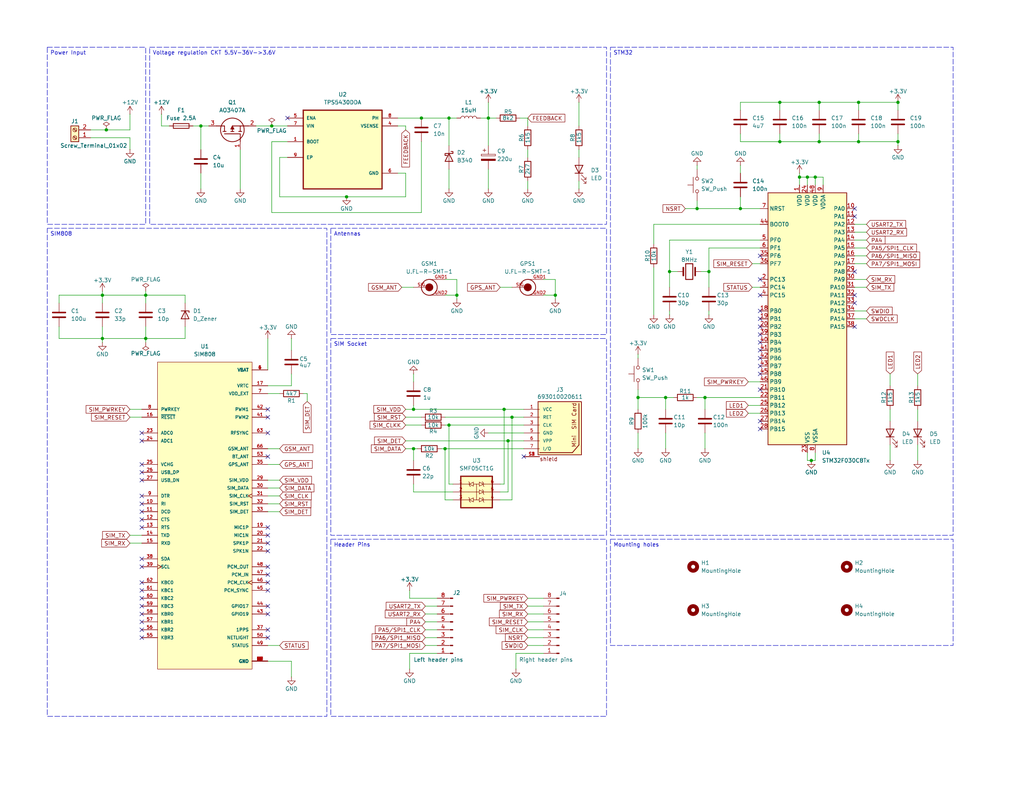
<source format=kicad_sch>
(kicad_sch (version 20250114) (generator "eeschema") (generator_version "9.0")
  (paper "User" 330.2 254)
  (title_block (title "GPS Tracker with STM32") (date "2025-11-21") (rev "1.0") (company "Aswin M") (comment 1 "Designed by: "))
  (lib_symbols
    (symbol "693010020611:693010020611" (pin_names (offset 1.016))
      (property "Reference" "J" (at 0 8.255 0))
      (symbol "693010020611_0_0"
        (text "shield" (at -7.62 -11.7 0) (effects (font (size 1.27 1.27)) (justify left bottom)))
        (text "Mini  SIM Card " (at 4.283 -7.212 900) (effects (font (size 1.27 1.27)) (justify left bottom)))
        (pin bidirectional line (at -12.7 5.08 0) (length 5.08) (name "VCC") (number "1"))
        (pin bidirectional line (at -12.7 2.54 0) (length 5.08) (name "RET") (number "2"))
        (pin bidirectional line (at -12.7 0 0) (length 5.08) (name "CLK") (number "3"))
        (pin bidirectional line (at -12.7 -2.54 0) (length 5.08) (name "GND") (number "5"))
        (pin bidirectional line (at -12.7 -5.08 0) (length 5.08) (name "VPP") (number "6"))
        (pin bidirectional line (at -12.7 -7.62 0) (length 5.08) (name "I/O") (number "7"))
        (pin bidirectional line (at -12.7 -10.16 0) (length 5.08) (name "~") (number "S1"))
        (pin bidirectional line (at -12.7 -10.16 0) (length 5.08) (name "~") (number "S2"))
        (pin bidirectional line (at -12.7 -10.16 0) (length 5.08) (name "~") (number "S3"))
        (pin bidirectional line (at -12.7 -10.16 0) (length 5.08) (name "~") (number "S4"))
      )
    )
    (symbol "AO3407A:AO3407A" (pin_names (hide yes))
      (property "Reference" "Q" (at 11.43 3.81 0))
      (property "Value" "AO3407A" (at 11.43 1.27 0))
      (symbol "AO3407A_1_1"
        (pin passive line (at 0 0 0) (length 2.54) (name "G") (number "1"))
        (pin passive line (at 7.62 10.16 270) (length 2.54) (name "D") (number "3"))
        (pin passive line (at 7.62 -5.08 90) (length 2.54) (name "S") (number "2"))
      )
    )
    (symbol "Connector:Conn_01x08_Pin" (pin_names (offset 1.016) (hide yes))
      (property "Reference" "J" (at 0 10.16 0))
      (property "Value" "Conn_01x08_Pin" (at 0 -12.7 0))
      (symbol "Conn_01x08_Pin_1_1"
        (pin passive line (at 5.08 7.62 180) (length 3.81) (name "Pin_1") (number "1"))
        (pin passive line (at 5.08 5.08 180) (length 3.81) (name "Pin_2") (number "2"))
        (pin passive line (at 5.08 2.54 180) (length 3.81) (name "Pin_3") (number "3"))
        (pin passive line (at 5.08 0 180) (length 3.81) (name "Pin_4") (number "4"))
        (pin passive line (at 5.08 -2.54 180) (length 3.81) (name "Pin_5") (number "5"))
        (pin passive line (at 5.08 -5.08 180) (length 3.81) (name "Pin_6") (number "6"))
        (pin passive line (at 5.08 -7.62 180) (length 3.81) (name "Pin_7") (number "7"))
        (pin passive line (at 5.08 -10.16 180) (length 3.81) (name "Pin_8") (number "8"))
      )
    )
    (symbol "Connector:Screw_Terminal_01x02" (pin_names (offset 1.016) (hide yes))
      (property "Reference" "J" (at 0 2.54 0))
      (property "Value" "Screw_Terminal_01x02" (at 0 -5.08 0))
      (symbol "Screw_Terminal_01x02_1_1"
        (pin passive line (at -5.08 0 0) (length 3.81) (name "Pin_1") (number "1"))
        (pin passive line (at -5.08 -2.54 0) (length 3.81) (name "Pin_2") (number "2"))
      )
    )
    (symbol "Device:C" (pin_numbers (hide yes)) (pin_names (offset 0.254))
      (property "Reference" "C" (at 0.635 2.54 0))
      (property "Value" "C" (at 0.635 -2.54 0))
      (symbol "C_1_1"
        (pin passive line (at 0 3.81 270) (length 2.794) (name "~") (number "1"))
        (pin passive line (at 0 -3.81 90) (length 2.794) (name "~") (number "2"))
      )
    )
    (symbol "Device:C_Polarized" (pin_numbers (hide yes)) (pin_names (offset 0.254))
      (property "Reference" "C" (at 0.635 2.54 0))
      (property "Value" "C_Polarized" (at 0.635 -2.54 0))
      (symbol "C_Polarized_1_1"
        (pin passive line (at 0 3.81 270) (length 2.794) (name "~") (number "1"))
        (pin passive line (at 0 -3.81 90) (length 2.794) (name "~") (number "2"))
      )
    )
    (symbol "Device:Crystal" (pin_numbers (hide yes)) (pin_names (offset 1.016) (hide yes))
      (property "Reference" "Y" (at 0 3.81 0))
      (property "Value" "Crystal" (at 0 -3.81 0))
      (symbol "Crystal_1_1"
        (pin passive line (at -3.81 0 0) (length 1.27) (name "1") (number "1"))
        (pin passive line (at 3.81 0 180) (length 1.27) (name "2") (number "2"))
      )
    )
    (symbol "Device:D_Zener" (pin_numbers (hide yes)) (pin_names (offset 1.016) (hide yes))
      (property "Reference" "D" (at 0 2.54 0))
      (property "Value" "D_Zener" (at 0 -2.54 0))
      (symbol "D_Zener_1_1"
        (pin passive line (at -3.81 0 0) (length 2.54) (name "K") (number "1"))
        (pin passive line (at 3.81 0 180) (length 2.54) (name "A") (number "2"))
      )
    )
    (symbol "Device:Fuse" (pin_numbers (hide yes)) (pin_names (offset 0))
      (property "Reference" "F" (at 2.032 0 90))
      (property "Value" "Fuse" (at -1.905 0 90))
      (symbol "Fuse_1_1"
        (pin passive line (at 0 3.81 270) (length 1.27) (name "~") (number "1"))
        (pin passive line (at 0 -3.81 90) (length 1.27) (name "~") (number "2"))
      )
    )
    (symbol "Device:L" (pin_numbers (hide yes)) (pin_names (offset 1.016) (hide yes))
      (property "Reference" "L" (at -1.27 0 90))
      (property "Value" "L" (at 1.905 0 90))
      (symbol "L_1_1"
        (pin passive line (at 0 3.81 270) (length 1.27) (name "1") (number "1"))
        (pin passive line (at 0 -3.81 90) (length 1.27) (name "2") (number "2"))
      )
    )
    (symbol "Device:LED" (pin_numbers (hide yes)) (pin_names (offset 1.016) (hide yes))
      (property "Reference" "D" (at 0 2.54 0))
      (property "Value" "LED" (at 0 -2.54 0))
      (symbol "LED_1_1"
        (pin passive line (at -3.81 0 0) (length 2.54) (name "K") (number "1"))
        (pin passive line (at 3.81 0 180) (length 2.54) (name "A") (number "2"))
      )
    )
    (symbol "Device:R" (pin_numbers (hide yes)) (pin_names (offset 0))
      (property "Reference" "R" (at 2.032 0 90))
      (property "Value" "R" (at 0 0 90))
      (symbol "R_1_1"
        (pin passive line (at 0 3.81 270) (length 1.27) (name "~") (number "1"))
        (pin passive line (at 0 -3.81 90) (length 1.27) (name "~") (number "2"))
      )
    )
    (symbol "Diode:B340" (pin_numbers (hide yes)) (pin_names (offset 1.016) (hide yes))
      (property "Reference" "D" (at 0 2.54 0))
      (property "Value" "B340" (at 0 -2.54 0))
      (symbol "B340_1_1"
        (pin passive line (at -3.81 0 0) (length 2.54) (name "K") (number "1"))
        (pin passive line (at 3.81 0 180) (length 2.54) (name "A") (number "2"))
      )
    )
    (symbol "MCU_ST_STM32F0:STM32F030C8Tx"
      (property "Reference" "U" (at -12.7 41.91 0))
      (property "Value" "STM32F030C8Tx" (at 7.62 41.91 0))
      (symbol "STM32F030C8Tx_1_1"
        (pin input line (at -15.24 35.56 0) (length 2.54) (name "NRST") (number "7"))
        (pin input line (at -15.24 30.48 0) (length 2.54) (name "BOOT0") (number "44"))
        (pin bidirectional line (at -15.24 25.4 0) (length 2.54) (name "PF0") (number "5"))
        (pin bidirectional line (at -15.24 22.86 0) (length 2.54) (name "PF1") (number "6"))
        (pin bidirectional line (at -15.24 20.32 0) (length 2.54) (name "PF6") (number "35"))
        (pin bidirectional line (at -15.24 17.78 0) (length 2.54) (name "PF7") (number "36"))
        (pin bidirectional line (at -15.24 12.7 0) (length 2.54) (name "PC13") (number "2"))
        (pin bidirectional line (at -15.24 10.16 0) (length 2.54) (name "PC14") (number "3"))
        (pin bidirectional line (at -15.24 7.62 0) (length 2.54) (name "PC15") (number "4"))
        (pin bidirectional line (at -15.24 2.54 0) (length 2.54) (name "PB0") (number "18"))
        (pin bidirectional line (at -15.24 0 0) (length 2.54) (name "PB1") (number "19"))
        (pin bidirectional line (at -15.24 -2.54 0) (length 2.54) (name "PB2") (number "20"))
        (pin bidirectional line (at -15.24 -5.08 0) (length 2.54) (name "PB3") (number "39"))
        (pin bidirectional line (at -15.24 -7.62 0) (length 2.54) (name "PB4") (number "40"))
        (pin bidirectional line (at -15.24 -10.16 0) (length 2.54) (name "PB5") (number "41"))
        (pin bidirectional line (at -15.24 -12.7 0) (length 2.54) (name "PB6") (number "42"))
        (pin bidirectional line (at -15.24 -15.24 0) (length 2.54) (name "PB7") (number "43"))
        (pin bidirectional line (at -15.24 -17.78 0) (length 2.54) (name "PB8") (number "45"))
        (pin bidirectional line (at -15.24 -20.32 0) (length 2.54) (name "PB9") (number "46"))
        (pin bidirectional line (at -15.24 -22.86 0) (length 2.54) (name "PB10") (number "21"))
        (pin bidirectional line (at -15.24 -25.4 0) (length 2.54) (name "PB11") (number "22"))
        (pin bidirectional line (at -15.24 -27.94 0) (length 2.54) (name "PB12") (number "25"))
        (pin bidirectional line (at -15.24 -30.48 0) (length 2.54) (name "PB13") (number "26"))
        (pin bidirectional line (at -15.24 -33.02 0) (length 2.54) (name "PB14") (number "27"))
        (pin bidirectional line (at -15.24 -35.56 0) (length 2.54) (name "PB15") (number "28"))
        (pin power_in line (at -2.54 43.18 270) (length 2.54) (name "VDD") (number "1"))
        (pin power_in line (at 0 43.18 270) (length 2.54) (name "VDD") (number "24"))
        (pin power_in line (at 0 -43.18 90) (length 2.54) (name "VSS") (number "23"))
        (pin passive line (at 0 -43.18 90) (length 2.54) (hide yes) (name "VSS") (number "47"))
        (pin power_in line (at 2.54 43.18 270) (length 2.54) (name "VDD") (number "48"))
        (pin power_in line (at 2.54 -43.18 90) (length 2.54) (name "VSSA") (number "8"))
        (pin power_in line (at 5.08 43.18 270) (length 2.54) (name "VDDA") (number "9"))
        (pin bidirectional line (at 15.24 35.56 180) (length 2.54) (name "PA0") (number "10"))
        (pin bidirectional line (at 15.24 33.02 180) (length 2.54) (name "PA1") (number "11"))
        (pin bidirectional line (at 15.24 30.48 180) (length 2.54) (name "PA2") (number "12"))
        (pin bidirectional line (at 15.24 27.94 180) (length 2.54) (name "PA3") (number "13"))
        (pin bidirectional line (at 15.24 25.4 180) (length 2.54) (name "PA4") (number "14"))
        (pin bidirectional line (at 15.24 22.86 180) (length 2.54) (name "PA5") (number "15"))
        (pin bidirectional line (at 15.24 20.32 180) (length 2.54) (name "PA6") (number "16"))
        (pin bidirectional line (at 15.24 17.78 180) (length 2.54) (name "PA7") (number "17"))
        (pin bidirectional line (at 15.24 15.24 180) (length 2.54) (name "PA8") (number "29"))
        (pin bidirectional line (at 15.24 12.7 180) (length 2.54) (name "PA9") (number "30"))
        (pin bidirectional line (at 15.24 10.16 180) (length 2.54) (name "PA10") (number "31"))
        (pin bidirectional line (at 15.24 7.62 180) (length 2.54) (name "PA11") (number "32"))
        (pin bidirectional line (at 15.24 5.08 180) (length 2.54) (name "PA12") (number "33"))
        (pin bidirectional line (at 15.24 2.54 180) (length 2.54) (name "PA13") (number "34"))
        (pin bidirectional line (at 15.24 0 180) (length 2.54) (name "PA14") (number "37"))
        (pin bidirectional line (at 15.24 -2.54 180) (length 2.54) (name "PA15") (number "38"))
      )
    )
    (symbol "Mechanical:MountingHole" (pin_names (offset 1.016)) (in_bom no)
      (property "Reference" "H" (at 0 5.08 0))
      (property "Value" "MountingHole" (at 0 3.175 0))
    )
    (symbol "SIM808:SIM808" (pin_names (offset 1.016))
      (property "Reference" "U" (at -15.24 49.022 0))
      (property "Value" "SIM808" (at -15.24 -53.34 0))
      (symbol "SIM808_0_0"
        (pin input line (at -20.32 33.02 0) (length 5.08) (name "PWRKEY") (number "8"))
        (pin input line (at -20.32 30.48 0) (length 5.08) (name "~{RESET}") (number "16"))
        (pin input line (at -20.32 25.4 0) (length 5.08) (name "ADC0") (number "23"))
        (pin input line (at -20.32 22.86 0) (length 5.08) (name "ADC1") (number "24"))
        (pin input line (at -20.32 15.24 0) (length 5.08) (name "VCHG") (number "25"))
        (pin bidirectional line (at -20.32 12.7 0) (length 5.08) (name "USB_DP") (number "26"))
        (pin bidirectional line (at -20.32 10.16 0) (length 5.08) (name "USB_DN") (number "27"))
        (pin input line (at -20.32 5.08 0) (length 5.08) (name "DTR") (number "9"))
        (pin output line (at -20.32 2.54 0) (length 5.08) (name "RI") (number "10"))
        (pin output line (at -20.32 0 0) (length 5.08) (name "DCD") (number "11"))
        (pin output line (at -20.32 -2.54 0) (length 5.08) (name "CTS") (number "12"))
        (pin input line (at -20.32 -5.08 0) (length 5.08) (name "RTS") (number "13"))
        (pin output line (at -20.32 -7.62 0) (length 5.08) (name "TXD") (number "14"))
        (pin input line (at -20.32 -10.16 0) (length 5.08) (name "RXD") (number "15"))
        (pin bidirectional line (at -20.32 -15.24 0) (length 5.08) (name "SDA") (number "38"))
        (pin input clock (at -20.32 -17.78 0) (length 5.08) (name "SCL") (number "39"))
        (pin input line (at -20.32 -22.86 0) (length 5.08) (name "KBC0") (number "62"))
        (pin input line (at -20.32 -25.4 0) (length 5.08) (name "KBC1") (number "61"))
        (pin input line (at -20.32 -27.94 0) (length 5.08) (name "KBC2") (number "60"))
        (pin input line (at -20.32 -30.48 0) (length 5.08) (name "KBC3") (number "59"))
        (pin output line (at -20.32 -33.02 0) (length 5.08) (name "KBR0") (number "58"))
        (pin output line (at -20.32 -35.56 0) (length 5.08) (name "KBR1") (number "57"))
        (pin output line (at -20.32 -38.1 0) (length 5.08) (name "KBR2") (number "56"))
        (pin output line (at -20.32 -40.64 0) (length 5.08) (name "KBR3") (number "55"))
        (pin power_in line (at 20.32 45.72 180) (length 5.08) (name "VBAT") (number "4"))
        (pin power_in line (at 20.32 45.72 180) (length 5.08) (name "VBAT") (number "5"))
        (pin power_in line (at 20.32 45.72 180) (length 5.08) (name "VBAT") (number "6"))
        (pin bidirectional line (at 20.32 40.64 180) (length 5.08) (name "VRTC") (number "17"))
        (pin output line (at 20.32 38.1 180) (length 5.08) (name "VDD_EXT") (number "7"))
        (pin output line (at 20.32 33.02 180) (length 5.08) (name "PWM1") (number "42"))
        (pin output line (at 20.32 30.48 180) (length 5.08) (name "PWM2") (number "41"))
        (pin output line (at 20.32 25.4 180) (length 5.08) (name "RFSYNC") (number "63"))
        (pin bidirectional line (at 20.32 20.32 180) (length 5.08) (name "GSM_ANT") (number "66"))
        (pin bidirectional line (at 20.32 17.78 180) (length 5.08) (name "BT_ANT") (number "53"))
        (pin input line (at 20.32 15.24 180) (length 5.08) (name "GPS_ANT") (number "35"))
        (pin output line (at 20.32 10.16 180) (length 5.08) (name "SIM_VDD") (number "29"))
        (pin bidirectional line (at 20.32 7.62 180) (length 5.08) (name "SIM_DATA") (number "30"))
        (pin output clock (at 20.32 5.08 180) (length 5.08) (name "SIM_CLK") (number "31"))
        (pin output line (at 20.32 2.54 180) (length 5.08) (name "SIM_RST") (number "32"))
        (pin input line (at 20.32 0 180) (length 5.08) (name "SIM_DET") (number "33"))
        (pin input line (at 20.32 -5.08 180) (length 5.08) (name "MIC1P") (number "19"))
        (pin input line (at 20.32 -7.62 180) (length 5.08) (name "MIC1N") (number "20"))
        (pin output line (at 20.32 -10.16 180) (length 5.08) (name "SPK1P") (number "21"))
        (pin output line (at 20.32 -12.7 180) (length 5.08) (name "SPK1N") (number "22"))
        (pin output line (at 20.32 -17.78 180) (length 5.08) (name "PCM_OUT") (number "48"))
        (pin input line (at 20.32 -20.32 180) (length 5.08) (name "PCM_IN") (number "47"))
        (pin input clock (at 20.32 -22.86 180) (length 5.08) (name "PCM_CLK") (number "46"))
        (pin output line (at 20.32 -25.4 180) (length 5.08) (name "PCM_SYNC") (number "45"))
        (pin bidirectional line (at 20.32 -30.48 180) (length 5.08) (name "GPIO17") (number "44"))
        (pin bidirectional line (at 20.32 -33.02 180) (length 5.08) (name "GPIO19") (number "43"))
        (pin output line (at 20.32 -38.1 180) (length 5.08) (name "1PPS") (number "37"))
        (pin output line (at 20.32 -40.64 180) (length 5.08) (name "NETLIGHT") (number "50"))
        (pin output line (at 20.32 -43.18 180) (length 5.08) (name "STATUS") (number "49"))
        (pin power_in line (at 20.32 -48.26 180) (length 5.08) (name "GND") (number "1"))
        (pin power_in line (at 20.32 -48.26 180) (length 5.08) (name "GND") (number "18"))
        (pin power_in line (at 20.32 -48.26 180) (length 5.08) (name "GND") (number "2"))
        (pin power_in line (at 20.32 -48.26 180) (length 5.08) (name "GND") (number "28"))
        (pin power_in line (at 20.32 -48.26 180) (length 5.08) (name "GND") (number "3"))
        (pin power_in line (at 20.32 -48.26 180) (length 5.08) (name "GND") (number "34"))
        (pin power_in line (at 20.32 -48.26 180) (length 5.08) (name "GND") (number "36"))
        (pin power_in line (at 20.32 -48.26 180) (length 5.08) (name "GND") (number "40"))
        (pin power_in line (at 20.32 -48.26 180) (length 5.08) (name "GND") (number "51"))
        (pin power_in line (at 20.32 -48.26 180) (length 5.08) (name "GND") (number "52"))
        (pin power_in line (at 20.32 -48.26 180) (length 5.08) (name "GND") (number "54"))
        (pin power_in line (at 20.32 -48.26 180) (length 5.08) (name "GND") (number "64"))
        (pin power_in line (at 20.32 -48.26 180) (length 5.08) (name "GND") (number "65"))
        (pin power_in line (at 20.32 -48.26 180) (length 5.08) (name "GND") (number "67"))
        (pin power_in line (at 20.32 -48.26 180) (length 5.08) (name "GND") (number "68"))
      )
    )
    (symbol "SMF05CT1G:SMF05CT1G" (pin_names (offset 1.016))
      (property "Reference" "U" (at -5.1114 6.0907 0))
      (property "Value" "SMF05CT1G" (at -5.1118 -9.0963 0))
      (symbol "SMF05CT1G_0_0"
        (pin passive line (at -7.62 2.54 0) (length 5.08) (name "~") (number "1"))
        (pin passive line (at -7.62 0 0) (length 5.08) (name "~") (number "2"))
        (pin passive line (at -7.62 -2.54 0) (length 5.08) (name "~") (number "3"))
        (pin passive line (at 7.62 2.54 180) (length 5.08) (name "~") (number "6"))
        (pin passive line (at 7.62 0 180) (length 5.08) (name "~") (number "5"))
        (pin passive line (at 7.62 -2.54 180) (length 5.08) (name "~") (number "4"))
      )
    )
    (symbol "Switch:SW_Push" (pin_numbers (hide yes)) (pin_names (offset 1.016) (hide yes))
      (property "Reference" "SW" (at 1.27 2.54 0))
      (property "Value" "SW_Push" (at 0 -1.524 0))
      (symbol "SW_Push_0_1"
        (pin passive line (at -5.08 0 0) (length 2.54) (name "1") (number "1"))
        (pin passive line (at 5.08 0 180) (length 2.54) (name "2") (number "2"))
      )
    )
    (symbol "TPS5430DDA:TPS5430DDA" (pin_names (offset 1.016))
      (property "Reference" "U" (at -12.7 13.7 0))
      (property "Value" "TPS5430DDA" (at -12.7 -16.7 0))
      (symbol "TPS5430DDA_0_0"
        (pin input line (at -17.78 10.16 0) (length 5.08) (name "ENA") (number "5"))
        (pin input line (at -17.78 7.62 0) (length 5.08) (name "VIN") (number "7"))
        (pin bidirectional line (at -17.78 2.54 0) (length 5.08) (name "BOOT") (number "1"))
        (pin bidirectional line (at -17.78 -2.54 0) (length 5.08) (name "EP") (number "9"))
        (pin output line (at 17.78 10.16 180) (length 5.08) (name "PH") (number "8"))
        (pin output line (at 17.78 7.62 180) (length 5.08) (name "VSENSE") (number "4"))
        (pin power_in line (at 17.78 -7.62 180) (length 5.08) (name "GND") (number "6"))
      )
    )
    (symbol "U.FL-R-SMT-1:U.FL-R-SMT-1" (pin_names (offset 1.016))
      (property "Reference" "ANT" (at -2.54 5.08 0))
      (property "Value" "U.FL-R-SMT-1" (at -2.54 -6.096 0))
      (symbol "U.FL-R-SMT-1_0_0"
        (pin bidirectional line (at -5.08 0 0) (length 5.08) (name "~") (number "SIG"))
        (pin bidirectional line (at 5.08 2.54 180) (length 2.54) (name "~") (number "GND1"))
        (pin bidirectional line (at 5.08 -2.54 180) (length 2.54) (name "~") (number "GND2"))
      )
    )
    (symbol "power:+12V" (power) (pin_numbers (hide yes)) (pin_names (offset 0) (hide yes))
      (property "Value" "+12V" (at 0 3.556 0))
      (symbol "+12V_1_1"
        (pin power_in line (at 0 0 90) (length 0) (name "~") (number "1"))
      )
    )
    (symbol "power:+3.3V" (power) (pin_numbers (hide yes)) (pin_names (offset 0) (hide yes))
      (property "Value" "+3.3V" (at 0 3.556 0))
      (symbol "+3.3V_1_1"
        (pin power_in line (at 0 0 90) (length 0) (name "~") (number "1"))
      )
    )
    (symbol "power:GND" (power) (pin_numbers (hide yes)) (pin_names (offset 0) (hide yes))
      (property "Value" "GND" (at 0 -3.81 0))
      (symbol "GND_1_1"
        (pin power_in line (at 0 0 270) (length 0) (name "~") (number "1"))
      )
    )
    (symbol "power:PWR_FLAG" (power) (pin_numbers (hide yes)) (pin_names (offset 0) (hide yes))
      (property "Value" "PWR_FLAG" (at 0 3.81 0))
      (symbol "PWR_FLAG_0_0"
        (pin power_out line (at 0 0 90) (length 0) (name "~") (number "1"))
      )
    )
  )
  (text_box "STM32" (at 196.85 15.24 0) (size 110.49 157.48) (margins 0.9525 0.9525 0.9525 0.9525) (stroke (width 0) (type dash)) (effects (font (size 1.27 1.27)) (justify left top)))
  (text_box "Power Input" (at 15.24 15.24 0) (size 31.75 57.15) (margins 0.9525 0.9525 0.9525 0.9525) (stroke (width 0) (type dash)) (effects (font (size 1.27 1.27)) (justify left top)))
  (text_box "Header Pins" (at 106.68 173.99 0) (size 88.9 57.15) (margins 0.9525 0.9525 0.9525 0.9525) (stroke (width 0) (type dash)) (effects (font (size 1.27 1.27)) (justify left top)))
  (text_box "SIM808" (at 15.24 73.66 0) (size 90.17 157.48) (margins 0.9525 0.9525 0.9525 0.9525) (stroke (width 0) (type dash)) (effects (font (size 1.27 1.27)) (justify left top)))
  (text_box "Mounting holes" (at 196.85 173.99 0) (size 110.49 34.29) (margins 0.9525 0.9525 0.9525 0.9525) (stroke (width 0) (type dash)) (effects (font (size 1.27 1.27)) (justify left top)))
  (text_box "SIM Socket" (at 106.68 109.22 0) (size 88.9 63.5) (margins 0.9525 0.9525 0.9525 0.9525) (stroke (width 0) (type dash)) (effects (font (size 1.27 1.27)) (justify left top)))
  (text_box "Antennas" (at 106.68 73.66 0) (size 88.9 34.29) (margins 0.9525 0.9525 0.9525 0.9525) (stroke (width 0) (type dash)) (effects (font (size 1.27 1.27)) (justify left top)))
  (text_box "Voltage regulation CKT 5.5V-36V->3.6V" (at 48.26 15.24 0) (size 147.32 57.15) (margins 0.9525 0.9525 0.9525 0.9525) (stroke (width 0) (type dash)) (effects (font (size 1.27 1.27)) (justify left top)))
  (junction (at 165.1 134.62))
  (junction (at 224.79 67.31))
  (junction (at 214.63 128.27))
  (junction (at 228.6 87.63))
  (junction (at 34.29 41.91))
  (junction (at 257.81 57.15))
  (junction (at 264.16 45.72))
  (junction (at 133.35 132.08))
  (junction (at 111.76 63.5))
  (junction (at 251.46 33.02))
  (junction (at 46.99 109.22))
  (junction (at 261.62 148.59))
  (junction (at 144.78 137.16))
  (junction (at 276.86 33.02))
  (junction (at 260.35 57.15))
  (junction (at 147.32 95.25))
  (junction (at 238.76 67.31))
  (junction (at 163.83 142.24))
  (junction (at 87.63 40.64))
  (junction (at 33.02 109.22))
  (junction (at 251.46 45.72))
  (junction (at 215.9 87.63))
  (junction (at 289.56 45.72))
  (junction (at 162.56 132.08))
  (junction (at 33.02 95.25))
  (junction (at 64.77 40.64))
  (junction (at 276.86 45.72))
  (junction (at 179.07 95.25))
  (junction (at 133.35 144.78))
  (junction (at 157.48 38.1))
  (junction (at 144.78 38.1))
  (junction (at 262.89 57.15))
  (junction (at 46.99 95.25))
  (junction (at 135.89 38.1))
  (junction (at 143.51 144.78))
  (junction (at 205.74 128.27))
  (junction (at 227.33 128.27))
  (junction (at 289.56 33.02))
  (junction (at 264.16 33.02))
  (no_connect (at 245.11 120.65))
  (no_connect (at 45.72 180.34))
  (no_connect (at 245.11 115.57))
  (no_connect (at 168.91 147.32))
  (no_connect (at 275.59 87.63))
  (no_connect (at 245.11 90.17))
  (no_connect (at 45.72 149.86))
  (no_connect (at 45.72 200.66))
  (no_connect (at 45.72 190.5))
  (no_connect (at 86.36 170.18))
  (no_connect (at 45.72 142.24))
  (no_connect (at 45.72 182.88))
  (no_connect (at 86.36 132.08))
  (no_connect (at 275.59 69.85))
  (no_connect (at 45.72 165.1))
  (no_connect (at 245.11 95.25))
  (no_connect (at 86.36 182.88))
  (no_connect (at 86.36 203.2))
  (no_connect (at 245.11 118.11))
  (no_connect (at 86.36 205.74))
  (no_connect (at 245.11 113.03))
  (no_connect (at 45.72 193.04))
  (no_connect (at 245.11 110.49))
  (no_connect (at 245.11 135.89))
  (no_connect (at 45.72 152.4))
  (no_connect (at 245.11 107.95))
  (no_connect (at 275.59 67.31))
  (no_connect (at 245.11 138.43))
  (no_connect (at 86.36 187.96))
  (no_connect (at 86.36 177.8))
  (no_connect (at 245.11 82.55))
  (no_connect (at 275.59 97.79))
  (no_connect (at 86.36 195.58))
  (no_connect (at 45.72 203.2))
  (no_connect (at 45.72 187.96))
  (no_connect (at 45.72 154.94))
  (no_connect (at 92.71 38.1))
  (no_connect (at 45.72 198.12))
  (no_connect (at 86.36 175.26))
  (no_connect (at 45.72 167.64))
  (no_connect (at 86.36 190.5))
  (no_connect (at 245.11 105.41))
  (no_connect (at 86.36 139.7))
  (no_connect (at 86.36 172.72))
  (no_connect (at 245.11 125.73))
  (no_connect (at 45.72 160.02))
  (no_connect (at 45.72 170.18))
  (no_connect (at 86.36 185.42))
  (no_connect (at 86.36 134.62))
  (no_connect (at 275.59 95.25))
  (no_connect (at 45.72 205.74))
  (no_connect (at 275.59 105.41))
  (no_connect (at 245.11 100.33))
  (no_connect (at 45.72 195.58))
  (no_connect (at 245.11 102.87))
  (no_connect (at 86.36 147.32))
  (no_connect (at 45.72 139.7))
  (no_connect (at 45.72 162.56))
  (no_connect (at 86.36 198.12))
  (wire (pts (xy 245.11 72.39) (xy 210.82 72.39)))
  (wire (pts (xy 29.21 44.45) (xy 41.91 44.45)))
  (wire (pts (xy 227.33 128.27) (xy 227.33 132.08)))
  (wire (pts (xy 161.29 161.29) (xy 165.1 161.29)))
  (wire (pts (xy 92.71 50.8) (xy 90.17 50.8)))
  (wire (pts (xy 262.89 57.15) (xy 262.89 59.69)))
  (wire (pts (xy 238.76 67.31) (xy 245.11 67.31)))
  (wire (pts (xy 275.59 82.55) (xy 279.4 82.55)))
  (wire (pts (xy 214.63 128.27) (xy 217.17 128.27)))
  (wire (pts (xy 64.77 40.64) (xy 64.77 48.26)))
  (wire (pts (xy 265.43 59.69) (xy 265.43 57.15)))
  (wire (pts (xy 41.91 44.45) (xy 41.91 48.26)))
  (wire (pts (xy 238.76 45.72) (xy 251.46 45.72)))
  (wire (pts (xy 135.89 38.1) (xy 144.78 38.1)))
  (wire (pts (xy 86.36 208.28) (xy 90.17 208.28)))
  (wire (pts (xy 220.98 67.31) (xy 224.79 67.31)))
  (wire (pts (xy 130.81 63.5) (xy 130.81 55.88)))
  (wire (pts (xy 161.29 92.71) (xy 165.1 92.71)))
  (wire (pts (xy 275.59 90.17) (xy 279.4 90.17)))
  (wire (pts (xy 143.51 137.16) (xy 144.78 137.16)))
  (wire (pts (xy 86.36 109.22) (xy 86.36 119.38)))
  (wire (pts (xy 165.1 134.62) (xy 168.91 134.62)))
  (wire (pts (xy 41.91 175.26) (xy 45.72 175.26)))
  (wire (pts (xy 287.02 132.08) (xy 287.02 135.89)))
  (wire (pts (xy 46.99 105.41) (xy 46.99 109.22)))
  (wire (pts (xy 19.05 105.41) (xy 19.05 109.22)))
  (wire (pts (xy 238.76 63.5) (xy 238.76 67.31)))
  (wire (pts (xy 90.17 63.5) (xy 111.76 63.5)))
  (wire (pts (xy 130.81 40.64) (xy 130.81 41.91)))
  (wire (pts (xy 242.57 92.71) (xy 245.11 92.71)))
  (wire (pts (xy 179.07 90.17) (xy 179.07 95.25)))
  (wire (pts (xy 276.86 43.18) (xy 276.86 45.72)))
  (wire (pts (xy 227.33 139.7) (xy 227.33 144.78)))
  (wire (pts (xy 133.35 158.75) (xy 133.35 156.21)))
  (wire (pts (xy 260.35 57.15) (xy 260.35 59.69)))
  (wire (pts (xy 205.74 139.7) (xy 205.74 144.78)))
  (wire (pts (xy 140.97 210.82) (xy 132.08 210.82)))
  (wire (pts (xy 186.69 58.42) (xy 186.69 60.96)))
  (wire (pts (xy 241.3 130.81) (xy 245.11 130.81)))
  (wire (pts (xy 275.59 92.71) (xy 279.4 92.71)))
  (wire (pts (xy 144.78 38.1) (xy 144.78 46.99)))
  (wire (pts (xy 161.29 156.21) (xy 162.56 156.21)))
  (wire (pts (xy 170.18 205.74) (xy 175.26 205.74)))
  (wire (pts (xy 86.36 160.02) (xy 90.17 160.02)))
  (wire (pts (xy 228.6 100.33) (xy 228.6 101.6)))
  (wire (pts (xy 170.18 195.58) (xy 175.26 195.58)))
  (wire (pts (xy 135.89 68.58) (xy 135.89 45.72)))
  (wire (pts (xy 137.16 203.2) (xy 140.97 203.2)))
  (wire (pts (xy 275.59 74.93) (xy 279.4 74.93)))
  (wire (pts (xy 224.79 64.77) (xy 224.79 67.31)))
  (wire (pts (xy 205.74 125.73) (xy 205.74 128.27)))
  (wire (pts (xy 33.02 95.25) (xy 46.99 95.25)))
  (wire (pts (xy 205.74 128.27) (xy 205.74 132.08)))
  (wire (pts (xy 157.48 33.02) (xy 157.48 38.1)))
  (wire (pts (xy 166.37 210.82) (xy 166.37 215.9)))
  (wire (pts (xy 241.3 133.35) (xy 245.11 133.35)))
  (wire (pts (xy 130.81 142.24) (xy 163.83 142.24)))
  (wire (pts (xy 210.82 86.36) (xy 210.82 101.6)))
  (wire (pts (xy 251.46 33.02) (xy 264.16 33.02)))
  (wire (pts (xy 157.48 139.7) (xy 168.91 139.7)))
  (wire (pts (xy 275.59 77.47) (xy 279.4 77.47)))
  (wire (pts (xy 130.81 134.62) (xy 135.89 134.62)))
  (wire (pts (xy 64.77 40.64) (xy 67.31 40.64)))
  (wire (pts (xy 146.05 158.75) (xy 133.35 158.75)))
  (wire (pts (xy 215.9 87.63) (xy 215.9 92.71)))
  (wire (pts (xy 170.18 200.66) (xy 175.26 200.66)))
  (wire (pts (xy 162.56 132.08) (xy 168.91 132.08)))
  (wire (pts (xy 86.36 213.36) (xy 93.98 213.36)))
  (wire (pts (xy 128.27 55.88) (xy 130.81 55.88)))
  (wire (pts (xy 238.76 43.18) (xy 238.76 45.72)))
  (wire (pts (xy 144.78 137.16) (xy 168.91 137.16)))
  (wire (pts (xy 210.82 72.39) (xy 210.82 78.74)))
  (wire (pts (xy 205.74 114.3) (xy 205.74 115.57)))
  (wire (pts (xy 257.81 55.88) (xy 257.81 57.15)))
  (wire (pts (xy 143.51 95.25) (xy 147.32 95.25)))
  (wire (pts (xy 242.57 85.09) (xy 245.11 85.09)))
  (wire (pts (xy 142.24 144.78) (xy 143.51 144.78)))
  (wire (pts (xy 289.56 45.72) (xy 289.56 46.99)))
  (wire (pts (xy 262.89 57.15) (xy 260.35 57.15)))
  (wire (pts (xy 128.27 40.64) (xy 130.81 40.64)))
  (wire (pts (xy 228.6 80.01) (xy 245.11 80.01)))
  (wire (pts (xy 251.46 43.18) (xy 251.46 45.72)))
  (wire (pts (xy 260.35 57.15) (xy 257.81 57.15)))
  (wire (pts (xy 130.81 137.16) (xy 135.89 137.16)))
  (wire (pts (xy 137.16 195.58) (xy 140.97 195.58)))
  (wire (pts (xy 86.36 149.86) (xy 90.17 149.86)))
  (wire (pts (xy 92.71 45.72) (xy 87.63 45.72)))
  (wire (pts (xy 224.79 128.27) (xy 227.33 128.27)))
  (wire (pts (xy 147.32 95.25) (xy 147.32 96.52)))
  (wire (pts (xy 130.81 132.08) (xy 133.35 132.08)))
  (wire (pts (xy 86.36 165.1) (xy 90.17 165.1)))
  (wire (pts (xy 46.99 109.22) (xy 59.69 109.22)))
  (wire (pts (xy 276.86 45.72) (xy 289.56 45.72)))
  (wire (pts (xy 275.59 72.39) (xy 279.4 72.39)))
  (wire (pts (xy 132.08 190.5) (xy 132.08 193.04)))
  (wire (pts (xy 214.63 139.7) (xy 214.63 144.78)))
  (wire (pts (xy 143.51 90.17) (xy 147.32 90.17)))
  (wire (pts (xy 165.1 161.29) (xy 165.1 134.62)))
  (wire (pts (xy 175.26 210.82) (xy 166.37 210.82)))
  (wire (pts (xy 133.35 144.78) (xy 133.35 148.59)))
  (wire (pts (xy 33.02 109.22) (xy 46.99 109.22)))
  (wire (pts (xy 52.07 40.64) (xy 54.61 40.64)))
  (wire (pts (xy 77.47 48.26) (xy 77.47 60.96)))
  (wire (pts (xy 132.08 193.04) (xy 140.97 193.04)))
  (wire (pts (xy 214.63 128.27) (xy 214.63 132.08)))
  (wire (pts (xy 144.78 137.16) (xy 144.78 156.21)))
  (wire (pts (xy 264.16 45.72) (xy 276.86 45.72)))
  (wire (pts (xy 261.62 148.59) (xy 262.89 148.59)))
  (wire (pts (xy 170.18 208.28) (xy 175.26 208.28)))
  (wire (pts (xy 228.6 87.63) (xy 228.6 80.01)))
  (wire (pts (xy 215.9 100.33) (xy 215.9 101.6)))
  (wire (pts (xy 133.35 144.78) (xy 134.62 144.78)))
  (wire (pts (xy 287.02 120.65) (xy 287.02 124.46)))
  (wire (pts (xy 137.16 198.12) (xy 140.97 198.12)))
  (wire (pts (xy 245.11 128.27) (xy 227.33 128.27)))
  (wire (pts (xy 87.63 40.64) (xy 92.71 40.64)))
  (wire (pts (xy 146.05 161.29) (xy 143.51 161.29)))
  (wire (pts (xy 179.07 95.25) (xy 179.07 96.52)))
  (wire (pts (xy 163.83 158.75) (xy 163.83 142.24)))
  (wire (pts (xy 146.05 156.21) (xy 144.78 156.21)))
  (wire (pts (xy 289.56 43.18) (xy 289.56 45.72)))
  (wire (pts (xy 170.18 198.12) (xy 175.26 198.12)))
  (wire (pts (xy 157.48 54.61) (xy 157.48 60.96)))
  (wire (pts (xy 260.35 148.59) (xy 261.62 148.59)))
  (wire (pts (xy 41.91 41.91) (xy 41.91 36.83)))
  (wire (pts (xy 19.05 109.22) (xy 33.02 109.22)))
  (wire (pts (xy 167.64 38.1) (xy 170.18 38.1)))
  (wire (pts (xy 154.94 38.1) (xy 157.48 38.1)))
  (wire (pts (xy 130.81 144.78) (xy 133.35 144.78)))
  (wire (pts (xy 262.89 148.59) (xy 262.89 146.05)))
  (wire (pts (xy 86.36 154.94) (xy 90.17 154.94)))
  (wire (pts (xy 251.46 33.02) (xy 251.46 35.56)))
  (wire (pts (xy 46.99 95.25) (xy 46.99 97.79)))
  (wire (pts (xy 295.91 132.08) (xy 295.91 135.89)))
  (wire (pts (xy 251.46 45.72) (xy 264.16 45.72)))
  (wire (pts (xy 295.91 120.65) (xy 295.91 124.46)))
  (wire (pts (xy 90.17 50.8) (xy 90.17 63.5)))
  (wire (pts (xy 129.54 92.71) (xy 133.35 92.71)))
  (wire (pts (xy 238.76 35.56) (xy 238.76 33.02)))
  (wire (pts (xy 86.36 124.46) (xy 93.98 124.46)))
  (wire (pts (xy 19.05 97.79) (xy 19.05 95.25)))
  (wire (pts (xy 260.35 146.05) (xy 260.35 148.59)))
  (wire (pts (xy 99.06 127) (xy 99.06 129.54)))
  (wire (pts (xy 275.59 100.33) (xy 279.4 100.33)))
  (wire (pts (xy 46.99 93.98) (xy 46.99 95.25)))
  (wire (pts (xy 144.78 54.61) (xy 144.78 60.96)))
  (wire (pts (xy 144.78 38.1) (xy 147.32 38.1)))
  (wire (pts (xy 93.98 109.22) (xy 93.98 113.03)))
  (wire (pts (xy 86.36 127) (xy 90.17 127)))
  (wire (pts (xy 62.23 40.64) (xy 64.77 40.64)))
  (wire (pts (xy 275.59 85.09) (xy 279.4 85.09)))
  (wire (pts (xy 228.6 87.63) (xy 226.06 87.63)))
  (wire (pts (xy 86.36 157.48) (xy 90.17 157.48)))
  (wire (pts (xy 170.18 58.42) (xy 170.18 60.96)))
  (wire (pts (xy 128.27 38.1) (xy 135.89 38.1)))
  (wire (pts (xy 170.18 193.04) (xy 175.26 193.04)))
  (wire (pts (xy 175.26 90.17) (xy 179.07 90.17)))
  (wire (pts (xy 137.16 205.74) (xy 140.97 205.74)))
  (wire (pts (xy 295.91 143.51) (xy 295.91 148.59)))
  (wire (pts (xy 241.3 123.19) (xy 245.11 123.19)))
  (wire (pts (xy 41.91 172.72) (xy 45.72 172.72)))
  (wire (pts (xy 87.63 68.58) (xy 135.89 68.58)))
  (wire (pts (xy 245.11 77.47) (xy 215.9 77.47)))
  (wire (pts (xy 275.59 102.87) (xy 279.4 102.87)))
  (wire (pts (xy 175.26 95.25) (xy 179.07 95.25)))
  (wire (pts (xy 19.05 95.25) (xy 33.02 95.25)))
  (wire (pts (xy 29.21 41.91) (xy 34.29 41.91)))
  (wire (pts (xy 186.69 48.26) (xy 186.69 50.8)))
  (wire (pts (xy 264.16 43.18) (xy 264.16 45.72)))
  (wire (pts (xy 41.91 134.62) (xy 45.72 134.62)))
  (wire (pts (xy 157.48 38.1) (xy 157.48 46.99)))
  (wire (pts (xy 264.16 33.02) (xy 276.86 33.02)))
  (wire (pts (xy 46.99 95.25) (xy 59.69 95.25)))
  (wire (pts (xy 276.86 33.02) (xy 276.86 35.56)))
  (wire (pts (xy 170.18 48.26) (xy 170.18 50.8)))
  (wire (pts (xy 205.74 128.27) (xy 214.63 128.27)))
  (wire (pts (xy 133.35 132.08) (xy 162.56 132.08)))
  (wire (pts (xy 87.63 45.72) (xy 87.63 68.58)))
  (wire (pts (xy 162.56 156.21) (xy 162.56 132.08)))
  (wire (pts (xy 265.43 57.15) (xy 262.89 57.15)))
  (wire (pts (xy 143.51 144.78) (xy 168.91 144.78)))
  (wire (pts (xy 186.69 33.02) (xy 186.69 40.64)))
  (wire (pts (xy 238.76 33.02) (xy 251.46 33.02)))
  (wire (pts (xy 132.08 210.82) (xy 132.08 215.9)))
  (wire (pts (xy 238.76 53.34) (xy 238.76 55.88)))
  (wire (pts (xy 52.07 36.83) (xy 52.07 40.64)))
  (wire (pts (xy 33.02 109.22) (xy 33.02 110.49)))
  (wire (pts (xy 33.02 93.98) (xy 33.02 95.25)))
  (wire (pts (xy 86.36 162.56) (xy 90.17 162.56)))
  (wire (pts (xy 41.91 132.08) (xy 45.72 132.08)))
  (wire (pts (xy 275.59 80.01) (xy 279.4 80.01)))
  (wire (pts (xy 59.69 95.25) (xy 59.69 97.79)))
  (wire (pts (xy 143.51 134.62) (xy 165.1 134.62)))
  (wire (pts (xy 170.18 203.2) (xy 175.26 203.2)))
  (wire (pts (xy 276.86 33.02) (xy 289.56 33.02)))
  (wire (pts (xy 163.83 142.24) (xy 168.91 142.24)))
  (wire (pts (xy 64.77 55.88) (xy 64.77 60.96)))
  (wire (pts (xy 161.29 158.75) (xy 163.83 158.75)))
  (wire (pts (xy 170.18 38.1) (xy 170.18 40.64)))
  (wire (pts (xy 33.02 105.41) (xy 33.02 109.22)))
  (wire (pts (xy 224.79 53.34) (xy 224.79 54.61)))
  (wire (pts (xy 228.6 87.63) (xy 228.6 92.71)))
  (wire (pts (xy 257.81 57.15) (xy 257.81 59.69)))
  (wire (pts (xy 215.9 77.47) (xy 215.9 87.63)))
  (wire (pts (xy 93.98 213.36) (xy 93.98 218.44)))
  (wire (pts (xy 97.79 127) (xy 99.06 127)))
  (wire (pts (xy 133.35 130.81) (xy 133.35 132.08)))
  (wire (pts (xy 264.16 33.02) (xy 264.16 35.56)))
  (wire (pts (xy 157.48 38.1) (xy 160.02 38.1)))
  (wire (pts (xy 289.56 33.02) (xy 289.56 35.56)))
  (wire (pts (xy 59.69 105.41) (xy 59.69 109.22)))
  (wire (pts (xy 111.76 63.5) (xy 130.81 63.5)))
  (wire (pts (xy 33.02 95.25) (xy 33.02 97.79)))
  (wire (pts (xy 287.02 143.51) (xy 287.02 148.59)))
  (wire (pts (xy 137.16 208.28) (xy 140.97 208.28)))
  (wire (pts (xy 86.36 144.78) (xy 90.17 144.78)))
  (wire (pts (xy 34.29 41.91) (xy 41.91 41.91)))
  (wire (pts (xy 133.35 120.65) (xy 133.35 123.19)))
  (wire (pts (xy 93.98 124.46) (xy 93.98 120.65)))
  (wire (pts (xy 82.55 40.64) (xy 87.63 40.64)))
  (wire (pts (xy 224.79 67.31) (xy 238.76 67.31)))
  (wire (pts (xy 143.51 144.78) (xy 143.51 161.29)))
  (wire (pts (xy 215.9 87.63) (xy 218.44 87.63)))
  (wire (pts (xy 137.16 200.66) (xy 140.97 200.66)))
  (wire (pts (xy 46.99 109.22) (xy 46.99 110.49)))
  (wire (pts (xy 147.32 90.17) (xy 147.32 95.25)))
  (global_label "STATUS" (shape input) (at 90.17 208.28 0) (property "Intersheetrefs" "${INTERSHEET_REFS}" (effects (hide yes))))
  (global_label "LED2" (shape input) (at 241.3 133.35 180) (property "Intersheetrefs" "${INTERSHEET_REFS}" (effects (hide yes))))
  (global_label "SIM_DET" (shape input) (at 99.06 129.54 270) (property "Intersheetrefs" "${INTERSHEET_REFS}" (effects (hide yes))))
  (global_label "PA7{slash}SPI1_MOSI" (shape input) (at 279.4 85.09 0) (property "Intersheetrefs" "${INTERSHEET_REFS}" (effects (hide yes))))
  (global_label "SIM_PWRKEY" (shape input) (at 170.18 193.04 180) (property "Intersheetrefs" "${INTERSHEET_REFS}" (effects (hide yes))))
  (global_label "USART2_RX" (shape input) (at 137.16 198.12 180) (property "Intersheetrefs" "${INTERSHEET_REFS}" (effects (hide yes))))
  (global_label "LED1" (shape input) (at 241.3 130.81 180) (property "Intersheetrefs" "${INTERSHEET_REFS}" (effects (hide yes))))
  (global_label "SIM_RST" (shape input) (at 90.17 162.56 0) (property "Intersheetrefs" "${INTERSHEET_REFS}" (effects (hide yes))))
  (global_label "PA5{slash}SPI1_CLK" (shape input) (at 137.16 203.2 180) (property "Intersheetrefs" "${INTERSHEET_REFS}" (effects (hide yes))))
  (global_label "PA6{slash}SPI1_MISO" (shape input) (at 137.16 205.74 180) (property "Intersheetrefs" "${INTERSHEET_REFS}" (effects (hide yes))))
  (global_label "NSRT" (shape input) (at 220.98 67.31 180) (property "Intersheetrefs" "${INTERSHEET_REFS}" (effects (hide yes))))
  (global_label "SIM_CLK" (shape input) (at 170.18 203.2 180) (property "Intersheetrefs" "${INTERSHEET_REFS}" (effects (hide yes))))
  (global_label "SIM_DET" (shape input) (at 90.17 165.1 0) (property "Intersheetrefs" "${INTERSHEET_REFS}" (effects (hide yes))))
  (global_label "SIM_CLKK" (shape input) (at 130.81 137.16 180) (property "Intersheetrefs" "${INTERSHEET_REFS}" (effects (hide yes))))
  (global_label "SIM_TX" (shape input) (at 41.91 172.72 180) (property "Intersheetrefs" "${INTERSHEET_REFS}" (effects (hide yes))))
  (global_label "SIM_RST" (shape input) (at 130.81 134.62 180) (property "Intersheetrefs" "${INTERSHEET_REFS}" (effects (hide yes))))
  (global_label "USART2_TX" (shape input) (at 137.16 195.58 180) (property "Intersheetrefs" "${INTERSHEET_REFS}" (effects (hide yes))))
  (global_label "LED2" (shape input) (at 295.91 120.65 90) (property "Intersheetrefs" "${INTERSHEET_REFS}" (effects (hide yes))))
  (global_label "USART2_RX" (shape input) (at 279.4 74.93 0) (property "Intersheetrefs" "${INTERSHEET_REFS}" (effects (hide yes))))
  (global_label "SWDCLK" (shape input) (at 279.4 102.87 0) (property "Intersheetrefs" "${INTERSHEET_REFS}" (effects (hide yes))))
  (global_label "PA5{slash}SPI1_CLK" (shape input) (at 279.4 80.01 0) (property "Intersheetrefs" "${INTERSHEET_REFS}" (effects (hide yes))))
  (global_label "SWDIO" (shape input) (at 279.4 100.33 0) (property "Intersheetrefs" "${INTERSHEET_REFS}" (effects (hide yes))))
  (global_label "SIM_RESET" (shape input) (at 242.57 85.09 180) (property "Intersheetrefs" "${INTERSHEET_REFS}" (effects (hide yes))))
  (global_label "PA4" (shape input) (at 279.4 77.47 0) (property "Intersheetrefs" "${INTERSHEET_REFS}" (effects (hide yes))))
  (global_label "SIM_RESET" (shape input) (at 170.18 200.66 180) (property "Intersheetrefs" "${INTERSHEET_REFS}" (effects (hide yes))))
  (global_label "SIM_RESET" (shape input) (at 41.91 134.62 180) (property "Intersheetrefs" "${INTERSHEET_REFS}" (effects (hide yes))))
  (global_label "LED1" (shape input) (at 287.02 120.65 90) (property "Intersheetrefs" "${INTERSHEET_REFS}" (effects (hide yes))))
  (global_label "SIM_RX" (shape input) (at 279.4 90.17 0) (property "Intersheetrefs" "${INTERSHEET_REFS}" (effects (hide yes))))
  (global_label "SIM_VDD" (shape input) (at 130.81 132.08 180) (property "Intersheetrefs" "${INTERSHEET_REFS}" (effects (hide yes))))
  (global_label "SIM_TX" (shape input) (at 279.4 92.71 0) (property "Intersheetrefs" "${INTERSHEET_REFS}" (effects (hide yes))))
  (global_label "PA4" (shape input) (at 137.16 200.66 180) (property "Intersheetrefs" "${INTERSHEET_REFS}" (effects (hide yes))))
  (global_label "SIM_DATA" (shape input) (at 90.17 157.48 0) (property "Intersheetrefs" "${INTERSHEET_REFS}" (effects (hide yes))))
  (global_label "SIM_PWRKEY" (shape input) (at 241.3 123.19 180) (property "Intersheetrefs" "${INTERSHEET_REFS}" (effects (hide yes))))
  (global_label "GPS_ANT" (shape input) (at 90.17 149.86 0) (property "Intersheetrefs" "${INTERSHEET_REFS}" (effects (hide yes))))
  (global_label "SIM_TX" (shape input) (at 170.18 195.58 180) (property "Intersheetrefs" "${INTERSHEET_REFS}" (effects (hide yes))))
  (global_label "NSRT" (shape input) (at 170.18 205.74 180) (property "Intersheetrefs" "${INTERSHEET_REFS}" (effects (hide yes))))
  (global_label "SIM_RX" (shape input) (at 41.91 175.26 180) (property "Intersheetrefs" "${INTERSHEET_REFS}" (effects (hide yes))))
  (global_label "SIM_CLK" (shape input) (at 90.17 160.02 0) (property "Intersheetrefs" "${INTERSHEET_REFS}" (effects (hide yes))))
  (global_label "SIM_VDD" (shape input) (at 90.17 154.94 0) (property "Intersheetrefs" "${INTERSHEET_REFS}" (effects (hide yes))))
  (global_label "PA6{slash}SPI1_MISO" (shape input) (at 279.4 82.55 0) (property "Intersheetrefs" "${INTERSHEET_REFS}" (effects (hide yes))))
  (global_label "USART2_TX" (shape input) (at 279.4 72.39 0) (property "Intersheetrefs" "${INTERSHEET_REFS}" (effects (hide yes))))
  (global_label "GSM_ANT" (shape input) (at 129.54 92.71 180) (property "Intersheetrefs" "${INTERSHEET_REFS}" (effects (hide yes))))
  (global_label "FEEDBACK" (shape input) (at 130.81 41.91 270) (property "Intersheetrefs" "${INTERSHEET_REFS}" (effects (hide yes))))
  (global_label "PA7{slash}SPI1_MOSI" (shape input) (at 137.16 208.28 180) (property "Intersheetrefs" "${INTERSHEET_REFS}" (effects (hide yes))))
  (global_label "SIM_DATA" (shape input) (at 130.81 144.78 180) (property "Intersheetrefs" "${INTERSHEET_REFS}" (effects (hide yes))))
  (global_label "GSM_ANT" (shape input) (at 90.17 144.78 0) (property "Intersheetrefs" "${INTERSHEET_REFS}" (effects (hide yes))))
  (global_label "SIM_RX" (shape input) (at 170.18 198.12 180) (property "Intersheetrefs" "${INTERSHEET_REFS}" (effects (hide yes))))
  (global_label "GPS_ANT" (shape input) (at 161.29 92.71 180) (property "Intersheetrefs" "${INTERSHEET_REFS}" (effects (hide yes))))
  (global_label "FEEDBACK" (shape input) (at 170.18 38.1 0) (property "Intersheetrefs" "${INTERSHEET_REFS}" (effects (hide yes))))
  (global_label "SIM_PWRKEY" (shape input) (at 41.91 132.08 180) (property "Intersheetrefs" "${INTERSHEET_REFS}" (effects (hide yes))))
  (global_label "SIM_DET" (shape input) (at 130.81 142.24 180) (property "Intersheetrefs" "${INTERSHEET_REFS}" (effects (hide yes))))
  (global_label "SWDIO" (shape input) (at 170.18 208.28 180) (property "Intersheetrefs" "${INTERSHEET_REFS}" (effects (hide yes))))
  (global_label "STATUS" (shape input) (at 242.57 92.71 180) (property "Intersheetrefs" "${INTERSHEET_REFS}" (effects (hide yes))))
  (symbol (lib_id "power:GND") (at 166.37 215.9 0) (unit 1)
    (property "Reference" "#PWR037" (effects (hide yes)))
    (property "Value" "GND" (at 166.37 219.71 0))
    (property "Description" "Power symbol creates a global label with name \"GND\" , ground" (effects (hide yes)))
  )
  (symbol (lib_id "power:PWR_FLAG") (at 34.29 41.91 0) (unit 1)
    (property "Reference" "#FLG04" (effects (hide yes)))
    (property "Value" "PWR_FLAG" (at 34.29 38.1 0))
    (property "Description" "Special symbol for telling ERC where power comes from" (effects (hide yes)))
  )
  (symbol (lib_id "Connector:Screw_Terminal_01x02") (at 24.13 44.45 180) (unit 1)
    (property "Reference" "J1" (at 24.13 39.116 0))
    (property "Value" "Screw_Terminal_01x02" (at 30.226 46.99 0))
    (property "Footprint" "TerminalBlock_Phoenix:TerminalBlock_Phoenix_MKDS-1,5-2-5.08_1x02_P5.08mm_Horizontal" (effects (hide yes)))
    (property "Description" "Generic screw terminal, single row, 01x02, script generated (kicad-library-utils/schlib/autogen/connector/)" (effects (hide yes)))
  )
  (symbol (lib_id "Device:C") (at 93.98 116.84 0) (unit 1)
    (property "Reference" "C5" (at 96.52 115.824 0) (effects (justify left)))
    (property "Value" "4u7" (at 96.52 117.856 0) (effects (justify left)))
    (property "Footprint" "Capacitor_SMD:C_0201_0603Metric" (effects (hide yes)))
    (property "Description" "Unpolarized capacitor" (effects (hide yes)))
  )
  (symbol (lib_id "power:GND") (at 179.07 96.52 0) (unit 1)
    (property "Reference" "#PWR021" (effects (hide yes)))
    (property "Value" "GND" (at 179.07 100.33 0))
    (property "Description" "Power symbol creates a global label with name \"GND\" , ground" (effects (hide yes)))
  )
  (symbol (lib_id "power:GND") (at 289.56 46.99 0) (unit 1)
    (property "Reference" "#PWR032" (effects (hide yes)))
    (property "Value" "GND" (at 289.56 50.8 0))
    (property "Description" "Power symbol creates a global label with name \"GND\" , ground" (effects (hide yes)))
  )
  (symbol (lib_id "Device:D_Zener") (at 59.69 101.6 270) (unit 1)
    (property "Reference" "D1" (at 62.23 100.3299 90) (effects (justify left)))
    (property "Value" "D_Zener" (at 62.23 102.8699 90) (effects (justify left)))
    (property "Footprint" "Diode_SMD:D_0805_2012Metric" (effects (hide yes)))
    (property "Description" "Zener diode" (effects (hide yes)))
  )
  (symbol (lib_id "693010020611:693010020611") (at 181.61 137.16 0) (unit 1)
    (property "Reference" "J3" (at 179.324 125.73 0) (effects (justify left)))
    (property "Value" "693010020611" (at 173.228 128.016 0) (effects (justify left)))
    (property "Footprint" "Custom:693010020611" (effects (hide yes)))
    (property "MF" "Wurth Elektronik" (effects (hide yes)))
    (property "Description_1" "CardConnector_SMT_MiniSIM_Header_6pins" (effects (hide yes)))
    (property "Package" "None" (effects (hide yes)))
    (property "Purchase-URL" "https://www.snapeda.com/api/url_track_click_mouser/?unipart_id=4871526&manufacturer=Wurth Elektronik&part_name=693010020611&search_term=sim conncetor" (effects (hide yes)))
    (property "MOUNT" "SMT" (effects (hide yes)))
    (property "IR" "0.5A" (effects (hide yes)))
    (property "VALUE" "693010020611" (effects (hide yes)))
    (property "Price" "None" (effects (hide yes)))
    (property "PART-NUMBER" "693010020611" (effects (hide yes)))
    (property "SnapEDA_Link" "https://www.snapeda.com/parts/693010020611/Wurth+Elektronik/view-part/?ref=snap" (effects (hide yes)))
    (property "DATASHEET-URL" "https://www.we-online.com/redexpert/spec/693010020611?ae" (effects (hide yes)))
    (property "MP" "693010020611" (effects (hide yes)))
    (property "WORKING-VOLTAGE" "50V(AC)" (effects (hide yes)))
    (property "PINS" "6" (effects (hide yes)))
    (property "Availability" "In Stock" (effects (hide yes)))
    (property "TYPE" "Header" (effects (hide yes)))
    (property "GERDER" "Socket" (effects (hide yes)))
    (property "Check_prices" "https://www.snapeda.com/parts/693010020611/Wurth+Elektronik/view-part/?ref=eda" (effects (hide yes)))
  )
  (symbol (lib_id "Device:R") (at 210.82 82.55 180) (unit 1)
    (property "Reference" "R10" (at 208.788 82.55 90))
    (property "Value" "10k" (at 210.82 82.55 90))
    (property "Footprint" "Resistor_SMD:R_0402_1005Metric" (effects (hide yes)))
    (property "Description" "Resistor" (effects (hide yes)))
  )
  (symbol (lib_id "Device:R") (at 93.98 127 90) (unit 1)
    (property "Reference" "R1" (at 93.98 129.286 90))
    (property "Value" "4k7" (at 93.98 127 90))
    (property "Footprint" "Resistor_SMD:R_0402_1005Metric" (effects (hide yes)))
    (property "Description" "Resistor" (effects (hide yes)))
  )
  (symbol (lib_id "SMF05CT1G:SMF05CT1G") (at 153.67 158.75 0) (unit 1)
    (property "Reference" "U3" (at 153.67 148.59 0))
    (property "Value" "SMF05CT1G" (at 153.67 151.13 0))
    (property "Footprint" "Custom:SOT65P210X110-6N" (effects (hide yes)))
    (property "MF" "onsemi" (effects (hide yes)))
    (property "DESCRIPTION" "SMF05C Series 7.2 V 100 W 5-Line Transient Voltage Suppressor Array - SC-88" (effects (hide yes)))
    (property "PACKAGE" "SOT-363 ON Semiconductor" (effects (hide yes)))
    (property "PRICE" "None" (effects (hide yes)))
    (property "Package" "SC-88-6 ON Semiconductor" (effects (hide yes)))
    (property "Check_prices" "https://www.snapeda.com/parts/SMF05CT1G/Onsemi/view-part/?ref=eda" (effects (hide yes)))
    (property "STANDARD" "IPC7351B" (effects (hide yes)))
    (property "SnapEDA_Link" "https://www.snapeda.com/parts/SMF05CT1G/Onsemi/view-part/?ref=snap" (effects (hide yes)))
    (property "MP" "SMF05CT1G" (effects (hide yes)))
    (property "Purchase-URL" "https://www.snapeda.com/api/url_track_click_mouser/?unipart_id=7109045&manufacturer=onsemi&part_name=SMF05CT1G&search_term=smf05ct1g" (effects (hide yes)))
    (property "Description_1" "12.5V Clamp 8A (8/20µs) Ipp Tvs Diode Surface Mount SC-88/SC70-6/SOT-363" (effects (hide yes)))
    (property "Availability" "In Stock" (effects (hide yes)))
    (property "Price" "None" (effects (hide yes)))
    (property "MANUFACTURER" "ON Semiconductor" (effects (hide yes)))
  )
  (symbol (lib_id "Connector:Conn_01x08_Pin") (at 146.05 203.2 180) (unit 1)
    (property "Reference" "J2" (at 146.05 191.262 0) (effects (justify right)))
    (property "Value" "Left header pins" (at 133.35 212.852 0) (effects (justify right)))
    (property "Footprint" "Connector_PinHeader_2.54mm:PinHeader_1x08_P2.54mm_Vertical" (effects (hide yes)))
    (property "Description" "Generic connector, single row, 01x08, script generated" (effects (hide yes)))
  )
  (symbol (lib_id "Device:R") (at 295.91 128.27 180) (unit 1)
    (property "Reference" "R13" (at 293.878 128.27 90))
    (property "Value" "1k5" (at 295.91 128.27 90))
    (property "Footprint" "Resistor_SMD:R_0805_2012Metric" (effects (hide yes)))
    (property "Description" "Resistor" (effects (hide yes)))
  )
  (symbol (lib_id "power:GND") (at 261.62 148.59 0) (unit 1)
    (property "Reference" "#PWR031" (effects (hide yes)))
    (property "Value" "GND" (at 261.62 152.4 0))
    (property "Description" "Power symbol creates a global label with name \"GND\" , ground" (effects (hide yes)))
  )
  (symbol (lib_id "power:GND") (at 205.74 144.78 0) (unit 1)
    (property "Reference" "#PWR029" (effects (hide yes)))
    (property "Value" "GND" (at 205.74 148.59 0))
    (property "Description" "Power symbol creates a global label with name \"GND\" , ground" (effects (hide yes)))
  )
  (symbol (lib_id "Device:C") (at 228.6 96.52 0) (unit 1)
    (property "Reference" "C13" (at 231.14 95.25 0) (effects (justify left)))
    (property "Value" "30p" (at 231.14 97.79 0) (effects (justify left)))
    (property "Footprint" "Capacitor_SMD:C_0402_1005Metric" (effects (hide yes)))
    (property "Description" "Unpolarized capacitor" (effects (hide yes)))
  )
  (symbol (lib_id "Device:R") (at 170.18 54.61 180) (unit 1)
    (property "Reference" "R7" (at 168.148 54.61 90))
    (property "Value" "2k7" (at 170.18 54.61 90))
    (property "Footprint" "Resistor_SMD:R_0805_2012Metric" (effects (hide yes)))
    (property "Description" "Resistor" (effects (hide yes)))
  )
  (symbol (lib_id "Device:L") (at 151.13 38.1 90) (unit 1)
    (property "Reference" "L1" (at 151.13 33.02 90))
    (property "Value" "15uH" (at 151.13 35.56 90))
    (property "Footprint" "Inductor_SMD:L_10.4x10.4_H4.8" (effects (hide yes)))
    (property "Description" "Inductor" (effects (hide yes)))
  )
  (symbol (lib_id "Device:R") (at 139.7 137.16 90) (unit 1)
    (property "Reference" "R4" (at 139.7 139.192 90))
    (property "Value" "10k" (at 139.7 137.16 90))
    (property "Footprint" "Resistor_SMD:R_0402_1005Metric" (effects (hide yes)))
    (property "Description" "Resistor" (effects (hide yes)))
  )
  (symbol (lib_id "Device:LED") (at 287.02 139.7 90) (unit 1)
    (property "Reference" "D4" (at 290.83 140.0174 90) (effects (justify right)))
    (property "Value" "LED" (at 290.83 142.5574 90) (effects (justify right)))
    (property "Footprint" "LED_SMD:LED_0603_1608Metric" (effects (hide yes)))
    (property "Description" "Light emitting diode" (effects (hide yes)))
    (property "Sim.Pins" "1=K 2=A" (effects (hide yes)))
  )
  (symbol (lib_id "Device:C") (at 64.77 52.07 0) (unit 1)
    (property "Reference" "C4" (at 68.58 50.7999 0) (effects (justify left)))
    (property "Value" "10u" (at 68.58 53.3399 0) (effects (justify left)))
    (property "Footprint" "Capacitor_SMD:C_0805_2012Metric" (effects (hide yes)))
    (property "Description" "Unpolarized capacitor" (effects (hide yes)))
  )
  (symbol (lib_id "Device:C") (at 19.05 101.6 0) (unit 1)
    (property "Reference" "C1" (at 22.86 100.3299 0) (effects (justify left)))
    (property "Value" "100u" (at 22.86 102.8699 0) (effects (justify left)))
    (property "Footprint" "Capacitor_SMD:C_1206_3216Metric" (effects (hide yes)))
    (property "Description" "Unpolarized capacitor" (effects (hide yes)))
  )
  (symbol (lib_id "Mechanical:MountingHole") (at 223.52 196.85 0) (unit 1) (in_bom no)
    (property "Reference" "H3" (at 226.06 195.5799 0) (effects (justify left)))
    (property "Value" "MountingHole" (at 226.06 198.1199 0) (effects (justify left)))
    (property "Footprint" "MountingHole:MountingHole_2.2mm_M2" (effects (hide yes)))
    (property "Description" "Mounting Hole without connection" (effects (hide yes)))
  )
  (symbol (lib_id "Device:R") (at 170.18 44.45 180) (unit 1)
    (property "Reference" "R6" (at 168.148 44.45 90))
    (property "Value" "1k5" (at 170.18 44.45 90))
    (property "Footprint" "Resistor_SMD:R_0805_2012Metric" (effects (hide yes)))
    (property "Description" "Resistor" (effects (hide yes)))
  )
  (symbol (lib_id "Device:R") (at 186.69 44.45 180) (unit 1)
    (property "Reference" "R8" (at 184.658 44.45 90))
    (property "Value" "1k5" (at 186.69 44.45 90))
    (property "Footprint" "Resistor_SMD:R_0805_2012Metric" (effects (hide yes)))
    (property "Description" "Resistor" (effects (hide yes)))
  )
  (symbol (lib_id "Device:C") (at 289.56 39.37 0) (unit 1)
    (property "Reference" "C19" (at 293.37 38.0999 0) (effects (justify left)))
    (property "Value" "100n" (at 293.37 40.6399 0) (effects (justify left)))
    (property "Footprint" "Capacitor_SMD:C_0402_1005Metric" (effects (hide yes)))
    (property "Description" "Unpolarized capacitor" (effects (hide yes)))
  )
  (symbol (lib_id "Diode:B340") (at 144.78 50.8 270) (unit 1)
    (property "Reference" "D2" (at 147.32 49.2124 90) (effects (justify left)))
    (property "Value" "B340" (at 147.32 51.7524 90) (effects (justify left)))
    (property "Footprint" "Diode_SMD:D_SMC" (effects (hide yes)))
    (property "Datasheet" "http://www.jameco.com/Jameco/Products/ProdDS/1538777.pdf" (effects (hide yes)))
    (property "Description" "40V 3A Schottky Barrier Rectifier Diode, SMC" (effects (hide yes)))
  )
  (symbol (lib_id "Device:R") (at 287.02 128.27 180) (unit 1)
    (property "Reference" "R12" (at 284.988 128.27 90))
    (property "Value" "1k5" (at 287.02 128.27 90))
    (property "Footprint" "Resistor_SMD:R_0805_2012Metric" (effects (hide yes)))
    (property "Description" "Resistor" (effects (hide yes)))
  )
  (symbol (lib_id "power:GND") (at 33.02 110.49 0) (unit 1)
    (property "Reference" "#PWR01" (effects (hide yes)))
    (property "Value" "GND" (at 33.02 114.3 0))
    (property "Description" "Power symbol creates a global label with name \"GND\" , ground" (effects (hide yes)))
  )
  (symbol (lib_id "power:PWR_FLAG") (at 46.99 110.49 180) (unit 1)
    (property "Reference" "#FLG02" (effects (hide yes)))
    (property "Value" "PWR_FLAG" (at 46.99 114.046 0))
    (property "Description" "Special symbol for telling ERC where power comes from" (effects (hide yes)))
  )
  (symbol (lib_id "power:+3.3V") (at 289.56 33.02 0) (unit 1)
    (property "Reference" "#PWR033" (effects (hide yes)))
    (property "Value" "+3.3V" (at 289.56 29.464 0))
    (property "Description" "Power symbol creates a global label with name \"+3.3V\"" (effects (hide yes)))
  )
  (symbol (lib_id "power:PWR_FLAG") (at 46.99 93.98 0) (unit 1)
    (property "Reference" "#FLG01" (effects (hide yes)))
    (property "Value" "PWR_FLAG" (at 46.99 90.17 0))
    (property "Description" "Special symbol for telling ERC where power comes from" (effects (hide yes)))
  )
  (symbol (lib_id "Device:C") (at 46.99 101.6 0) (unit 1)
    (property "Reference" "C3" (at 50.8 100.3299 0) (effects (justify left)))
    (property "Value" "10p" (at 50.8 102.8699 0) (effects (justify left)))
    (property "Footprint" "Capacitor_SMD:C_0402_1005Metric" (effects (hide yes)))
    (property "Description" "Unpolarized capacitor" (effects (hide yes)))
  )
  (symbol (lib_id "Device:C") (at 251.46 39.37 0) (unit 1)
    (property "Reference" "C16" (at 255.27 38.0999 0) (effects (justify left)))
    (property "Value" "100n" (at 255.27 40.6399 0) (effects (justify left)))
    (property "Footprint" "Capacitor_SMD:C_0402_1005Metric" (effects (hide yes)))
    (property "Description" "Unpolarized capacitor" (effects (hide yes)))
  )
  (symbol (lib_id "power:+3.3V") (at 257.81 55.88 0) (unit 1)
    (property "Reference" "#PWR039" (effects (hide yes)))
    (property "Value" "+3.3V" (at 257.81 52.324 0))
    (property "Description" "Power symbol creates a global label with name \"+3.3V\"" (effects (hide yes)))
  )
  (symbol (lib_id "power:GND") (at 111.76 63.5 0) (unit 1)
    (property "Reference" "#PWR06" (effects (hide yes)))
    (property "Value" "GND" (at 111.76 67.31 0))
    (property "Description" "Power symbol creates a global label with name \"GND\" , ground" (effects (hide yes)))
  )
  (symbol (lib_id "power:GND") (at 93.98 218.44 0) (unit 1)
    (property "Reference" "#PWR03" (effects (hide yes)))
    (property "Value" "GND" (at 93.98 222.25 0))
    (property "Description" "Power symbol creates a global label with name \"GND\" , ground" (effects (hide yes)))
  )
  (symbol (lib_id "power:GND") (at 238.76 53.34 180) (unit 1)
    (property "Reference" "#PWR023" (effects (hide yes)))
    (property "Value" "GND" (at 238.76 49.53 0))
    (property "Description" "Power symbol creates a global label with name \"GND\" , ground" (effects (hide yes)))
  )
  (symbol (lib_id "Device:C") (at 276.86 39.37 0) (unit 1)
    (property "Reference" "C18" (at 280.67 38.0999 0) (effects (justify left)))
    (property "Value" "100n" (at 280.67 40.6399 0) (effects (justify left)))
    (property "Footprint" "Capacitor_SMD:C_0402_1005Metric" (effects (hide yes)))
    (property "Description" "Unpolarized capacitor" (effects (hide yes)))
  )
  (symbol (lib_id "Device:C") (at 227.33 135.89 0) (unit 1)
    (property "Reference" "C12" (at 229.87 134.62 0) (effects (justify left)))
    (property "Value" "100n" (at 229.87 137.16 0) (effects (justify left)))
    (property "Footprint" "Capacitor_SMD:C_0402_1005Metric" (effects (hide yes)))
    (property "Description" "Unpolarized capacitor" (effects (hide yes)))
  )
  (symbol (lib_id "power:GND") (at 224.79 53.34 180) (unit 1)
    (property "Reference" "#PWR022" (effects (hide yes)))
    (property "Value" "GND" (at 224.79 49.53 0))
    (property "Description" "Power symbol creates a global label with name \"GND\" , ground" (effects (hide yes)))
  )
  (symbol (lib_id "power:+3.3V") (at 205.74 114.3 0) (unit 1)
    (property "Reference" "#PWR030" (effects (hide yes)))
    (property "Value" "+3.3V" (at 205.74 110.744 0))
    (property "Description" "Power symbol creates a global label with name \"+3.3V\"" (effects (hide yes)))
  )
  (symbol (lib_id "power:+3.3V") (at 132.08 190.5 0) (unit 1)
    (property "Reference" "#PWR038" (effects (hide yes)))
    (property "Value" "+3.3V" (at 132.08 186.944 0))
    (property "Description" "Power symbol creates a global label with name \"+3.3V\"" (effects (hide yes)))
  )
  (symbol (lib_id "Device:C") (at 264.16 39.37 0) (unit 1)
    (property "Reference" "C17" (at 267.97 38.0999 0) (effects (justify left)))
    (property "Value" "100n" (at 267.97 40.6399 0) (effects (justify left)))
    (property "Footprint" "Capacitor_SMD:C_0402_1005Metric" (effects (hide yes)))
    (property "Description" "Unpolarized capacitor" (effects (hide yes)))
  )
  (symbol (lib_id "power:GND") (at 287.02 148.59 0) (unit 1)
    (property "Reference" "#PWR034" (effects (hide yes)))
    (property "Value" "GND" (at 287.02 152.4 0))
    (property "Description" "Power symbol creates a global label with name \"GND\" , ground" (effects (hide yes)))
  )
  (symbol (lib_id "Mechanical:MountingHole") (at 273.05 196.85 0) (unit 1) (in_bom no)
    (property "Reference" "H4" (at 275.59 195.5799 0) (effects (justify left)))
    (property "Value" "MountingHole" (at 275.59 198.1199 0) (effects (justify left)))
    (property "Footprint" "MountingHole:MountingHole_2.2mm_M2" (effects (hide yes)))
    (property "Description" "Mounting Hole without connection" (effects (hide yes)))
  )
  (symbol (lib_id "SIM808:SIM808") (at 66.04 165.1 0) (unit 1)
    (property "Reference" "U1" (at 66.04 111.76 0))
    (property "Value" "SIM808" (at 66.04 114.3 0))
    (property "Footprint" "Custom:XCVR_SIM808" (effects (hide yes)))
    (property "MF" "SIMcom Wireless  solutions Co.,Ltd" (effects (hide yes)))
    (property "MAXIMUM_PACKAGE_HEIGHT" "2.8mm" (effects (hide yes)))
    (property "Package" "None" (effects (hide yes)))
    (property "Price" "None" (effects (hide yes)))
    (property "Check_prices" "https://www.snapeda.com/parts/SIM808/SIMcom+Wireless+solutions+Co.%252CLtd/view-part/?ref=eda" (effects (hide yes)))
    (property "STANDARD" "Manufacturer recommendations" (effects (hide yes)))
    (property "PARTREV" "1.03" (effects (hide yes)))
    (property "SnapEDA_Link" "https://www.snapeda.com/parts/SIM808/SIMcom+Wireless+solutions+Co.%252CLtd/view-part/?ref=snap" (effects (hide yes)))
    (property "MP" "SIM808" (effects (hide yes)))
    (property "Description_1" "SIM808 GPS, GPRS/GSM RF mikroBUS™ Click™ Platform Evaluation Expansion Board" (effects (hide yes)))
    (property "Availability" "In Stock" (effects (hide yes)))
    (property "MANUFACTURER" "SIMCOM" (effects (hide yes)))
  )
  (symbol (lib_id "Device:LED") (at 186.69 54.61 90) (unit 1)
    (property "Reference" "D3" (at 190.5 54.9274 90) (effects (justify right)))
    (property "Value" "LED" (at 190.5 57.4674 90) (effects (justify right)))
    (property "Footprint" "LED_SMD:LED_0603_1608Metric" (effects (hide yes)))
    (property "Description" "Light emitting diode" (effects (hide yes)))
    (property "Sim.Pins" "1=K 2=A" (effects (hide yes)))
  )
  (symbol (lib_id "power:PWR_FLAG") (at 87.63 40.64 0) (unit 1)
    (property "Reference" "#FLG03" (effects (hide yes)))
    (property "Value" "PWR_FLAG" (at 87.63 42.164 0))
    (property "Description" "Special symbol for telling ERC where power comes from" (effects (hide yes)))
  )
  (symbol (lib_id "power:+3.3V") (at 33.02 93.98 0) (unit 1)
    (property "Reference" "#PWR02" (effects (hide yes)))
    (property "Value" "+3.3V" (at 33.02 90.424 0))
    (property "Description" "Power symbol creates a global label with name \"+3.3V\"" (effects (hide yes)))
  )
  (symbol (lib_id "power:GND") (at 144.78 60.96 0) (unit 1)
    (property "Reference" "#PWR014" (effects (hide yes)))
    (property "Value" "GND" (at 144.78 64.77 0))
    (property "Description" "Power symbol creates a global label with name \"GND\" , ground" (effects (hide yes)))
  )
  (symbol (lib_id "Switch:SW_Push") (at 205.74 120.65 90) (unit 1)
    (property "Reference" "SW1" (at 207.01 119.3799 90) (effects (justify right)))
    (property "Value" "SW_Push" (at 207.01 121.9199 90) (effects (justify right)))
    (property "Footprint" "Button_Switch_SMD:SW_Push_1P1T_NO_CK_KSC6xxJ" (effects (hide yes)))
    (property "Description" "Push button switch, generic, two pins" (effects (hide yes)))
  )
  (symbol (lib_id "power:GND") (at 133.35 120.65 180) (unit 1)
    (property "Reference" "#PWR019" (effects (hide yes)))
    (property "Value" "GND" (at 133.35 116.84 0))
    (property "Description" "Power symbol creates a global label with name \"GND\" , ground" (effects (hide yes)))
  )
  (symbol (lib_id "power:GND") (at 215.9 101.6 0) (unit 1)
    (property "Reference" "#PWR025" (effects (hide yes)))
    (property "Value" "GND" (at 215.9 105.41 0))
    (property "Description" "Power symbol creates a global label with name \"GND\" , ground" (effects (hide yes)))
  )
  (symbol (lib_id "power:GND") (at 147.32 96.52 0) (unit 1)
    (property "Reference" "#PWR020" (effects (hide yes)))
    (property "Value" "GND" (at 147.32 100.33 0))
    (property "Description" "Power symbol creates a global label with name \"GND\" , ground" (effects (hide yes)))
  )
  (symbol (lib_id "power:+12V") (at 41.91 36.83 0) (unit 1)
    (property "Reference" "#PWR05" (effects (hide yes)))
    (property "Value" "+12V" (at 41.91 33.02 0))
    (property "Description" "Power symbol creates a global label with name \"+12V\"" (effects (hide yes)))
  )
  (symbol (lib_id "power:GND") (at 170.18 60.96 0) (unit 1)
    (property "Reference" "#PWR016" (effects (hide yes)))
    (property "Value" "GND" (at 170.18 64.77 0))
    (property "Description" "Power symbol creates a global label with name \"GND\" , ground" (effects (hide yes)))
  )
  (symbol (lib_id "Device:R") (at 220.98 128.27 90) (unit 1)
    (property "Reference" "R11" (at 220.98 126.238 90))
    (property "Value" "1k" (at 220.98 128.27 90))
    (property "Footprint" "Resistor_SMD:R_0603_1608Metric" (effects (hide yes)))
    (property "Description" "Resistor" (effects (hide yes)))
  )
  (symbol (lib_id "power:GND") (at 228.6 101.6 0) (unit 1)
    (property "Reference" "#PWR026" (effects (hide yes)))
    (property "Value" "GND" (at 228.6 105.41 0))
    (property "Description" "Power symbol creates a global label with name \"GND\" , ground" (effects (hide yes)))
  )
  (symbol (lib_id "power:+12V") (at 52.07 36.83 0) (unit 1)
    (property "Reference" "#PWR04" (effects (hide yes)))
    (property "Value" "+12V" (at 52.07 33.02 0))
    (property "Description" "Power symbol creates a global label with name \"+12V\"" (effects (hide yes)))
  )
  (symbol (lib_id "Device:Fuse") (at 58.42 40.64 90) (unit 1)
    (property "Reference" "F1" (at 58.42 35.56 90))
    (property "Value" "Fuse 2.5A" (at 58.42 38.1 90))
    (property "Footprint" "Fuse:Fuse_0402_1005Metric" (effects (hide yes)))
    (property "Description" "Fuse" (effects (hide yes)))
  )
  (symbol (lib_id "power:GND") (at 77.47 60.96 0) (unit 1)
    (property "Reference" "#PWR010" (effects (hide yes)))
    (property "Value" "GND" (at 77.47 64.77 0))
    (property "Description" "Power symbol creates a global label with name \"GND\" , ground" (effects (hide yes)))
  )
  (symbol (lib_id "Connector:Conn_01x08_Pin") (at 180.34 203.2 180) (unit 1)
    (property "Reference" "J4" (at 180.34 191.516 0) (effects (justify right)))
    (property "Value" "Right header pins" (at 167.386 212.852 0) (effects (justify right)))
    (property "Footprint" "Connector_PinHeader_2.54mm:PinHeader_1x08_P2.54mm_Vertical" (effects (hide yes)))
    (property "Description" "Generic connector, single row, 01x08, script generated" (effects (hide yes)))
  )
  (symbol (lib_id "Device:C_Polarized") (at 157.48 50.8 0) (unit 1)
    (property "Reference" "C9" (at 160.274 48.768 0) (effects (justify left)))
    (property "Value" "220u" (at 160.274 51.308 0) (effects (justify left)))
    (property "Footprint" "Capacitor_Tantalum_SMD:CP_EIA-7343-15_Kemet-W" (effects (hide yes)))
    (property "Description" "Polarized capacitor" (effects (hide yes)))
  )
  (symbol (lib_id "Device:C") (at 214.63 135.89 0) (unit 1)
    (property "Reference" "C11" (at 217.17 134.62 0) (effects (justify left)))
    (property "Value" "10p" (at 217.17 137.16 0) (effects (justify left)))
    (property "Footprint" "Capacitor_SMD:C_0402_1005Metric" (effects (hide yes)))
    (property "Description" "Unpolarized capacitor" (effects (hide yes)))
  )
  (symbol (lib_id "power:+3.3V") (at 157.48 33.02 0) (unit 1)
    (property "Reference" "#PWR012" (effects (hide yes)))
    (property "Value" "+3.3V" (at 157.48 29.464 0))
    (property "Description" "Power symbol creates a global label with name \"+3.3V\"" (effects (hide yes)))
  )
  (symbol (lib_id "power:GND") (at 186.69 60.96 0) (unit 1)
    (property "Reference" "#PWR017" (effects (hide yes)))
    (property "Value" "GND" (at 186.69 64.77 0))
    (property "Description" "Power symbol creates a global label with name \"GND\" , ground" (effects (hide yes)))
  )
  (symbol (lib_id "U.FL-R-SMT-1:U.FL-R-SMT-1") (at 138.43 92.71 0) (unit 1)
    (property "Reference" "GSM1" (at 138.43 85.09 0))
    (property "Value" "U.FL-R-SMT-1" (at 138.43 87.63 0))
    (property "Footprint" "Custom:U.FL-R-SMT-1" (effects (hide yes)))
    (property "MF" "Hirose Electric Co Ltd" (effects (hide yes)))
    (property "Description_1" "U.FL-R-SMT(10) Hirose Electric RF Connectors U.FL 0Hz to 6GHz 50Ohm Solder ST SMD F Gold T/R - Arrow.com" (effects (hide yes)))
    (property "Package" "None" (effects (hide yes)))
    (property "Price" "None" (effects (hide yes)))
    (property "SnapEDA_Link" "https://www.snapeda.com/parts/U.FL-R-SMT-1/Hirose+Electric+Co+Ltd/view-part/?ref=snap" (effects (hide yes)))
    (property "MP" "U.FL-R-SMT-1" (effects (hide yes)))
    (property "Purchase-URL" "https://www.snapeda.com/api/url_track_click_mouser/?unipart_id=5844606&manufacturer=Hirose Electric Co Ltd&part_name=U.FL-R-SMT-1&search_term=u.fl-r-smt(10)" (effects (hide yes)))
    (property "Availability" "In Stock" (effects (hide yes)))
    (property "Check_prices" "https://www.snapeda.com/parts/U.FL-R-SMT-1/Hirose+Electric+Co+Ltd/view-part/?ref=eda" (effects (hide yes)))
  )
  (symbol (lib_id "Device:C") (at 238.76 39.37 0) (unit 1)
    (property "Reference" "C15" (at 242.57 38.0999 0) (effects (justify left)))
    (property "Value" "4u7" (at 242.57 40.6399 0) (effects (justify left)))
    (property "Footprint" "Capacitor_SMD:C_0201_0603Metric" (effects (hide yes)))
    (property "Description" "Unpolarized capacitor" (effects (hide yes)))
  )
  (symbol (lib_id "AO3407A:AO3407A") (at 77.47 48.26 90) (unit 1)
    (property "Reference" "Q1" (at 74.93 33.02 90))
    (property "Value" "AO3407A" (at 74.93 35.56 90))
    (property "Footprint" "Package_TO_SOT_SMD:TSOT-23" (effects (hide yes)))
    (property "Datasheet" "http://www.aosmd.com/pdfs/datasheet/ao3407a.pdf" (effects (hide yes)))
    (property "Description" "MOSFET P-CH 30V 4.3A SOT23" (effects (hide yes)))
    (property "Height" "1.25" (effects (hide yes)))
    (property "Manufacturer_Name" "Alpha & Omega Semiconductors" (effects (hide yes)))
    (property "Manufacturer_Part_Number" "AO3407A" (effects (hide yes)))
    (property "Arrow Part Number" "AO3407A" (effects (hide yes)))
    (property "Arrow Price/Stock" "https://www.arrow.com/en/products/ao3407a/alpha-and-omega-semiconductor?utm_currency=USD&region=nac" (effects (hide yes)))
  )
  (symbol (lib_id "Mechanical:MountingHole") (at 223.52 182.88 0) (unit 1) (in_bom no)
    (property "Reference" "H1" (at 226.06 181.6099 0) (effects (justify left)))
    (property "Value" "MountingHole" (at 226.06 184.1499 0) (effects (justify left)))
    (property "Footprint" "MountingHole:MountingHole_2.2mm_M2" (effects (hide yes)))
    (property "Description" "Mounting Hole without connection" (effects (hide yes)))
  )
  (symbol (lib_id "power:GND") (at 132.08 215.9 0) (unit 1)
    (property "Reference" "#PWR036" (effects (hide yes)))
    (property "Value" "GND" (at 132.08 219.71 0))
    (property "Description" "Power symbol creates a global label with name \"GND\" , ground" (effects (hide yes)))
  )
  (symbol (lib_id "Device:C") (at 135.89 41.91 0) (unit 1)
    (property "Reference" "C7" (at 139.7 40.6399 0) (effects (justify left)))
    (property "Value" "10n" (at 139.7 43.1799 0) (effects (justify left)))
    (property "Footprint" "Capacitor_SMD:C_0201_0603Metric" (effects (hide yes)))
    (property "Description" "Unpolarized capacitor" (effects (hide yes)))
  )
  (symbol (lib_id "power:GND") (at 157.48 139.7 270) (unit 1)
    (property "Reference" "#PWR018" (effects (hide yes)))
    (property "Value" "GND" (at 153.67 139.7 0))
    (property "Description" "Power symbol creates a global label with name \"GND\" , ground" (effects (hide yes)))
  )
  (symbol (lib_id "MCU_ST_STM32F0:STM32F030C8Tx") (at 260.35 102.87 0) (unit 1)
    (property "Reference" "U4" (at 265.0333 146.05 0) (effects (justify left)))
    (property "Value" "STM32F030C8Tx" (at 265.0333 148.59 0) (effects (justify left)))
    (property "Footprint" "Package_QFP:LQFP-48_7x7mm_P0.5mm" (effects (hide yes)))
    (property "Datasheet" "https://www.st.com/resource/en/datasheet/stm32f030c8.pdf" (effects (hide yes)))
    (property "Description" "STMicroelectronics Arm Cortex-M0 MCU, 64KB flash, 8KB RAM, 48 MHz, 2.4-3.6V, 39 GPIO, LQFP48" (effects (hide yes)))
  )
  (symbol (lib_id "power:GND") (at 64.77 60.96 0) (unit 1)
    (property "Reference" "#PWR09" (effects (hide yes)))
    (property "Value" "GND" (at 64.77 64.77 0))
    (property "Description" "Power symbol creates a global label with name \"GND\" , ground" (effects (hide yes)))
  )
  (symbol (lib_id "power:+3.3V") (at 186.69 33.02 0) (unit 1)
    (property "Reference" "#PWR013" (effects (hide yes)))
    (property "Value" "+3.3V" (at 186.69 29.464 0))
    (property "Description" "Power symbol creates a global label with name \"+3.3V\"" (effects (hide yes)))
  )
  (symbol (lib_id "Device:C") (at 238.76 59.69 0) (unit 1)
    (property "Reference" "C14" (at 242.57 58.4199 0) (effects (justify left)))
    (property "Value" "100n" (at 242.57 60.9599 0) (effects (justify left)))
    (property "Footprint" "Capacitor_SMD:C_0402_1005Metric" (effects (hide yes)))
    (property "Description" "Unpolarized capacitor" (effects (hide yes)))
  )
  (symbol (lib_id "power:+3.3V") (at 86.36 109.22 0) (unit 1)
    (property "Reference" "#PWR07" (effects (hide yes)))
    (property "Value" "+3.3V" (at 86.36 105.664 0))
    (property "Description" "Power symbol creates a global label with name \"+3.3V\"" (effects (hide yes)))
  )
  (symbol (lib_id "power:GND") (at 214.63 144.78 0) (unit 1)
    (property "Reference" "#PWR028" (effects (hide yes)))
    (property "Value" "GND" (at 214.63 148.59 0))
    (property "Description" "Power symbol creates a global label with name \"GND\" , ground" (effects (hide yes)))
  )
  (symbol (lib_id "power:GND") (at 157.48 60.96 0) (unit 1)
    (property "Reference" "#PWR015" (effects (hide yes)))
    (property "Value" "GND" (at 157.48 64.77 0))
    (property "Description" "Power symbol creates a global label with name \"GND\" , ground" (effects (hide yes)))
  )
  (symbol (lib_id "power:GND") (at 210.82 101.6 0) (unit 1)
    (property "Reference" "#PWR024" (effects (hide yes)))
    (property "Value" "GND" (at 210.82 105.41 0))
    (property "Description" "Power symbol creates a global label with name \"GND\" , ground" (effects (hide yes)))
  )
  (symbol (lib_id "Device:R") (at 163.83 38.1 90) (unit 1)
    (property "Reference" "R5" (at 163.83 36.068 90))
    (property "Value" "8k2" (at 163.83 38.1 90))
    (property "Footprint" "Resistor_SMD:R_0805_2012Metric" (effects (hide yes)))
    (property "Description" "Resistor" (effects (hide yes)))
  )
  (symbol (lib_id "Device:C") (at 215.9 96.52 0) (unit 1)
    (property "Reference" "C10" (at 218.44 95.25 0) (effects (justify left)))
    (property "Value" "30p" (at 218.44 97.79 0) (effects (justify left)))
    (property "Footprint" "Capacitor_SMD:C_0402_1005Metric" (effects (hide yes)))
    (property "Description" "Unpolarized capacitor" (effects (hide yes)))
  )
  (symbol (lib_id "Device:R") (at 139.7 134.62 90) (unit 1)
    (property "Reference" "R3" (at 139.7 132.588 90))
    (property "Value" "10k" (at 139.7 134.62 90))
    (property "Footprint" "Resistor_SMD:R_0402_1005Metric" (effects (hide yes)))
    (property "Description" "Resistor" (effects (hide yes)))
  )
  (symbol (lib_id "Device:C") (at 133.35 152.4 0) (unit 1)
    (property "Reference" "C6" (at 136.144 151.13 0) (effects (justify left)))
    (property "Value" "22p" (at 136.144 153.67 0) (effects (justify left)))
    (property "Footprint" "Capacitor_SMD:C_0402_1005Metric" (effects (hide yes)))
    (property "Description" "Unpolarized capacitor" (effects (hide yes)))
  )
  (symbol (lib_id "Switch:SW_Push") (at 224.79 59.69 90) (unit 1)
    (property "Reference" "SW2" (at 226.06 58.4199 90) (effects (justify right)))
    (property "Value" "SW_Push" (at 226.06 60.9599 90) (effects (justify right)))
    (property "Footprint" "Button_Switch_SMD:SW_Push_1P1T_NO_CK_KSC6xxJ" (effects (hide yes)))
    (property "Description" "Push button switch, generic, two pins" (effects (hide yes)))
  )
  (symbol (lib_id "TPS5430DDA:TPS5430DDA") (at 110.49 48.26 0) (unit 1)
    (property "Reference" "U2" (at 110.49 30.48 0))
    (property "Value" "TPS5430DDA" (at 110.49 33.02 0))
    (property "Footprint" "Custom:SOIC-8-1EP_3.9x4.9mm_P1.27mm_EP2.29x3mm" (effects (hide yes)))
    (property "MF" "Texas Instruments" (effects (hide yes)))
    (property "Description_1" "5.5V to 36V Input, 3A, 500kHz Step-Down Converter" (effects (hide yes)))
    (property "Package" "HSOIC-8 Texas Instruments" (effects (hide yes)))
    (property "Price" "None" (effects (hide yes)))
    (property "SnapEDA_Link" "https://www.snapeda.com/parts/TPS5430DDA/Texas+Instruments/view-part/?ref=snap" (effects (hide yes)))
    (property "MP" "TPS5430DDA" (effects (hide yes)))
    (property "Purchase-URL" "https://www.snapeda.com/api/url_track_click_mouser/?unipart_id=226174&manufacturer=Texas Instruments&part_name=TPS5430DDA&search_term=tps5430dda" (effects (hide yes)))
    (property "Availability" "In Stock" (effects (hide yes)))
    (property "Check_prices" "https://www.snapeda.com/parts/TPS5430DDA/Texas+Instruments/view-part/?ref=eda" (effects (hide yes)))
  )
  (symbol (lib_id "power:GND") (at 227.33 144.78 0) (unit 1)
    (property "Reference" "#PWR027" (effects (hide yes)))
    (property "Value" "GND" (at 227.33 148.59 0))
    (property "Description" "Power symbol creates a global label with name \"GND\" , ground" (effects (hide yes)))
  )
  (symbol (lib_id "U.FL-R-SMT-1:U.FL-R-SMT-1") (at 170.18 92.71 0) (unit 1)
    (property "Reference" "GPS1" (at 170.18 85.09 0))
    (property "Value" "U.FL-R-SMT-1" (at 170.18 87.63 0))
    (property "Footprint" "Custom:U.FL-R-SMT-1" (effects (hide yes)))
    (property "MF" "Hirose Electric Co Ltd" (effects (hide yes)))
    (property "Description_1" "U.FL-R-SMT(10) Hirose Electric RF Connectors U.FL 0Hz to 6GHz 50Ohm Solder ST SMD F Gold T/R - Arrow.com" (effects (hide yes)))
    (property "Package" "None" (effects (hide yes)))
    (property "Price" "None" (effects (hide yes)))
    (property "SnapEDA_Link" "https://www.snapeda.com/parts/U.FL-R-SMT-1/Hirose+Electric+Co+Ltd/view-part/?ref=snap" (effects (hide yes)))
    (property "MP" "U.FL-R-SMT-1" (effects (hide yes)))
    (property "Purchase-URL" "https://www.snapeda.com/api/url_track_click_mouser/?unipart_id=5844606&manufacturer=Hirose Electric Co Ltd&part_name=U.FL-R-SMT-1&search_term=u.fl-r-smt(10)" (effects (hide yes)))
    (property "Availability" "In Stock" (effects (hide yes)))
    (property "Check_prices" "https://www.snapeda.com/parts/U.FL-R-SMT-1/Hirose+Electric+Co+Ltd/view-part/?ref=eda" (effects (hide yes)))
  )
  (symbol (lib_id "Mechanical:MountingHole") (at 273.05 182.88 0) (unit 1) (in_bom no)
    (property "Reference" "H2" (at 275.59 181.6099 0) (effects (justify left)))
    (property "Value" "MountingHole" (at 275.59 184.1499 0) (effects (justify left)))
    (property "Footprint" "MountingHole:MountingHole_2.2mm_M2" (effects (hide yes)))
    (property "Description" "Mounting Hole without connection" (effects (hide yes)))
  )
  (symbol (lib_id "power:GND") (at 41.91 48.26 0) (unit 1)
    (property "Reference" "#PWR011" (effects (hide yes)))
    (property "Value" "GND" (at 41.91 52.07 0))
    (property "Description" "Power symbol creates a global label with name \"GND\" , ground" (effects (hide yes)))
  )
  (symbol (lib_id "Device:R") (at 205.74 135.89 180) (unit 1)
    (property "Reference" "R9" (at 203.708 135.89 90))
    (property "Value" "100k" (at 208.026 135.89 90))
    (property "Footprint" "Resistor_SMD:R_0201_0603Metric" (effects (hide yes)))
    (property "Description" "Resistor" (effects (hide yes)))
  )
  (symbol (lib_id "Device:C") (at 133.35 127 0) (unit 1)
    (property "Reference" "C8" (at 136.398 125.73 0) (effects (justify left)))
    (property "Value" "1u" (at 136.398 128.27 0) (effects (justify left)))
    (property "Footprint" "Capacitor_SMD:C_0402_1005Metric" (effects (hide yes)))
    (property "Description" "Unpolarized capacitor" (effects (hide yes)))
  )
  (symbol (lib_id "power:GND") (at 93.98 109.22 180) (unit 1)
    (property "Reference" "#PWR08" (effects (hide yes)))
    (property "Value" "GND" (at 93.98 105.41 0))
    (property "Description" "Power symbol creates a global label with name \"GND\" , ground" (effects (hide yes)))
  )
  (symbol (lib_id "power:GND") (at 295.91 148.59 0) (unit 1)
    (property "Reference" "#PWR035" (effects (hide yes)))
    (property "Value" "GND" (at 295.91 152.4 0))
    (property "Description" "Power symbol creates a global label with name \"GND\" , ground" (effects (hide yes)))
  )
  (symbol (lib_id "Device:LED") (at 295.91 139.7 90) (unit 1)
    (property "Reference" "D5" (at 299.72 140.0174 90) (effects (justify right)))
    (property "Value" "LED" (at 299.72 142.5574 90) (effects (justify right)))
    (property "Footprint" "LED_SMD:LED_0603_1608Metric" (effects (hide yes)))
    (property "Description" "Light emitting diode" (effects (hide yes)))
    (property "Sim.Pins" "1=K 2=A" (effects (hide yes)))
  )
  (symbol (lib_id "Device:C") (at 33.02 101.6 0) (unit 1)
    (property "Reference" "C2" (at 36.83 100.3299 0) (effects (justify left)))
    (property "Value" "33p" (at 36.83 102.8699 0) (effects (justify left)))
    (property "Footprint" "Capacitor_SMD:C_0402_1005Metric" (effects (hide yes)))
    (property "Description" "Unpolarized capacitor" (effects (hide yes)))
  )
  (symbol (lib_id "Device:Crystal") (at 222.25 87.63 0) (unit 1)
    (property "Reference" "Y1" (at 222.25 81.28 0))
    (property "Value" "8MHz" (at 222.25 83.82 0))
    (property "Footprint" "Crystal:Crystal_SMD_5032-2Pin_5.0x3.2mm" (effects (hide yes)))
    (property "Description" "Two pin crystal" (effects (hide yes)))
  )
  (symbol (lib_id "Device:R") (at 138.43 144.78 90) (unit 1)
    (property "Reference" "R2" (at 138.43 147.066 90))
    (property "Value" "10k" (at 138.43 144.78 90))
    (property "Footprint" "Resistor_SMD:R_0402_1005Metric" (effects (hide yes)))
    (property "Description" "Resistor" (effects (hide yes)))
  )
)
</source>
